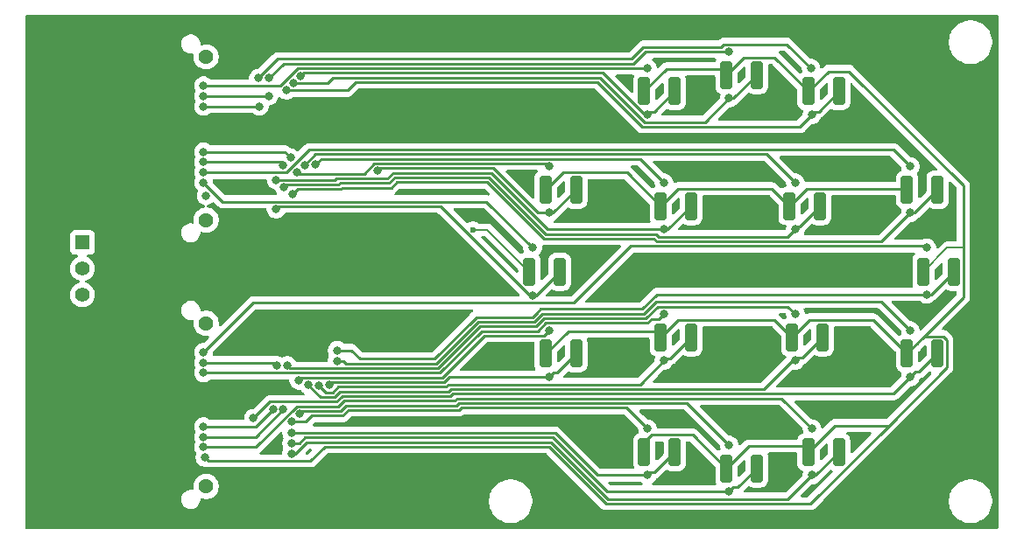
<source format=gbr>
%TF.GenerationSoftware,KiCad,Pcbnew,9.0.2*%
%TF.CreationDate,2025-05-27T17:54:28-07:00*%
%TF.ProjectId,16_6mSiPMs_9,31365f36-6d53-4695-904d-735f392e6b69,rev?*%
%TF.SameCoordinates,Original*%
%TF.FileFunction,Copper,L2,Bot*%
%TF.FilePolarity,Positive*%
%FSLAX46Y46*%
G04 Gerber Fmt 4.6, Leading zero omitted, Abs format (unit mm)*
G04 Created by KiCad (PCBNEW 9.0.2) date 2025-05-27 17:54:28*
%MOMM*%
%LPD*%
G01*
G04 APERTURE LIST*
G04 Aperture macros list*
%AMRoundRect*
0 Rectangle with rounded corners*
0 $1 Rounding radius*
0 $2 $3 $4 $5 $6 $7 $8 $9 X,Y pos of 4 corners*
0 Add a 4 corners polygon primitive as box body*
4,1,4,$2,$3,$4,$5,$6,$7,$8,$9,$2,$3,0*
0 Add four circle primitives for the rounded corners*
1,1,$1+$1,$2,$3*
1,1,$1+$1,$4,$5*
1,1,$1+$1,$6,$7*
1,1,$1+$1,$8,$9*
0 Add four rect primitives between the rounded corners*
20,1,$1+$1,$2,$3,$4,$5,0*
20,1,$1+$1,$4,$5,$6,$7,0*
20,1,$1+$1,$6,$7,$8,$9,0*
20,1,$1+$1,$8,$9,$2,$3,0*%
G04 Aperture macros list end*
%TA.AperFunction,ComponentPad*%
%ADD10C,1.431000*%
%TD*%
%TA.AperFunction,ComponentPad*%
%ADD11R,1.398000X1.398000*%
%TD*%
%TA.AperFunction,ComponentPad*%
%ADD12C,1.398000*%
%TD*%
%TA.AperFunction,SMDPad,CuDef*%
%ADD13RoundRect,0.250000X-0.325000X-1.100000X0.325000X-1.100000X0.325000X1.100000X-0.325000X1.100000X0*%
%TD*%
%TA.AperFunction,ViaPad*%
%ADD14C,0.800000*%
%TD*%
%TA.AperFunction,ViaPad*%
%ADD15C,0.600000*%
%TD*%
%TA.AperFunction,Conductor*%
%ADD16C,0.250000*%
%TD*%
%TA.AperFunction,Conductor*%
%ADD17C,0.200000*%
%TD*%
G04 APERTURE END LIST*
D10*
%TO.P,J\u002A\u002A,MH1*%
%TO.N,N/C*%
X171950000Y-82005000D03*
%TO.P,J\u002A\u002A,MH2*%
X171950000Y-97795000D03*
%TD*%
D11*
%TO.P,REF\u002A\u002A,1*%
%TO.N,GND*%
X160000000Y-99960000D03*
D12*
%TO.P,REF\u002A\u002A,2*%
%TO.N,TMP_OUT*%
X160000000Y-102500000D03*
%TO.P,REF\u002A\u002A,3*%
%TO.N,TMP_VDD*%
X160000000Y-105040000D03*
%TD*%
D10*
%TO.P,J\u002A\u002A,MH1*%
%TO.N,N/C*%
X171950000Y-107805000D03*
%TO.P,J\u002A\u002A,MH2*%
X171950000Y-123595000D03*
%TD*%
D13*
%TO.P,10 nF,1*%
%TO.N,GND*%
X228325000Y-96450000D03*
%TO.P,10 nF,2*%
%TO.N,5A*%
X231275000Y-96450000D03*
%TD*%
%TO.P,10 nF,1*%
%TO.N,GND*%
X215875000Y-109150000D03*
%TO.P,10 nF,2*%
%TO.N,10A*%
X218825000Y-109150000D03*
%TD*%
%TO.P,10 nF,1*%
%TO.N,GND*%
X241275000Y-102800000D03*
%TO.P,10 nF,2*%
%TO.N,8A*%
X244225000Y-102800000D03*
%TD*%
%TO.P,10 nF,1*%
%TO.N,GND*%
X228575000Y-109150000D03*
%TO.P,10 nF,2*%
%TO.N,11A*%
X231525000Y-109150000D03*
%TD*%
%TO.P,10 nF,1*%
%TO.N,GND*%
X203175000Y-102800000D03*
%TO.P,10 nF,2*%
%TO.N,7A*%
X206125000Y-102800000D03*
%TD*%
%TO.P,10 nF,1*%
%TO.N,GND*%
X230162500Y-120262500D03*
%TO.P,10 nF,2*%
%TO.N,15A*%
X233112500Y-120262500D03*
%TD*%
%TO.P,10 nF,1*%
%TO.N,GND*%
X204762500Y-94862500D03*
%TO.P,10 nF,2*%
%TO.N,3A*%
X207712500Y-94862500D03*
%TD*%
%TO.P,10 nF,1*%
%TO.N,GND*%
X230162500Y-85337500D03*
%TO.P,10 nF,2*%
%TO.N,2A*%
X233112500Y-85337500D03*
%TD*%
%TO.P,10 nF,1*%
%TO.N,GND*%
X222225000Y-83750000D03*
%TO.P,10 nF,2*%
%TO.N,1A*%
X225175000Y-83750000D03*
%TD*%
%TO.P,10 nF,1*%
%TO.N,GND*%
X215875000Y-96450000D03*
%TO.P,10 nF,2*%
%TO.N,4A*%
X218825000Y-96450000D03*
%TD*%
%TO.P,10 nF,1*%
%TO.N,GND*%
X214287500Y-120262500D03*
%TO.P,10 nF,2*%
%TO.N,13A*%
X217237500Y-120262500D03*
%TD*%
%TO.P,10 nF,1*%
%TO.N,GND*%
X239687500Y-110737500D03*
%TO.P,10 nF,2*%
%TO.N,12A*%
X242637500Y-110737500D03*
%TD*%
%TO.P,10 nF,1*%
%TO.N,GND*%
X204762500Y-110737500D03*
%TO.P,10 nF,2*%
%TO.N,9A*%
X207712500Y-110737500D03*
%TD*%
%TO.P,10 nF,1*%
%TO.N,GND*%
X222225000Y-121850000D03*
%TO.P,10 nF,2*%
%TO.N,14A*%
X225175000Y-121850000D03*
%TD*%
%TO.P,10 nF,1*%
%TO.N,GND*%
X214287500Y-85337500D03*
%TO.P,10 nF,2*%
%TO.N,0A*%
X217237500Y-85337500D03*
%TD*%
%TO.P,10 nF,1*%
%TO.N,GND*%
X239687500Y-94862500D03*
%TO.P,10 nF,2*%
%TO.N,6A*%
X242637500Y-94862500D03*
%TD*%
D14*
%TO.N,0A*%
X181100153Y-83825153D03*
X214600000Y-87600000D03*
%TO.N,0C*%
X171700000Y-84800000D03*
X214600000Y-83100000D03*
%TO.N,1C*%
X222500000Y-81500000D03*
X171700000Y-85800003D03*
X178000000Y-84075000D03*
X178000000Y-85800000D03*
%TO.N,1A*%
X180393044Y-84532261D03*
X222500000Y-86000000D03*
%TO.N,2C*%
X177100000Y-86800000D03*
X176999997Y-84075000D03*
X230400000Y-83100000D03*
X171700000Y-86800006D03*
%TO.N,2A*%
X230500000Y-87600000D03*
X179685936Y-85239370D03*
%TO.N,3A*%
X205100000Y-97100000D03*
X188500153Y-93050153D03*
%TO.N,3C*%
X180735950Y-93200000D03*
X205100000Y-92600000D03*
%TO.N,4A*%
X216200000Y-98700000D03*
X178703468Y-93925000D03*
%TO.N,4C*%
X216200000Y-94200000D03*
X182525306Y-92425306D03*
X171700000Y-91200000D03*
X180100601Y-91750000D03*
%TO.N,5A*%
X179485761Y-94650000D03*
X228900000Y-98700000D03*
%TO.N,5C*%
X171700000Y-92200000D03*
X179387347Y-92475000D03*
X181462653Y-92462653D03*
X228900000Y-94200000D03*
%TO.N,6A*%
X240000000Y-97100000D03*
X180300000Y-95300000D03*
%TO.N,6C*%
X171700000Y-93200003D03*
X240000000Y-92600000D03*
%TO.N,7A*%
X203500000Y-105100000D03*
X178700000Y-96750000D03*
%TO.N,7C*%
X203500000Y-100500000D03*
X171700000Y-94200006D03*
%TO.N,GND*%
X171810433Y-120793892D03*
X171937344Y-95462656D03*
D15*
X197756892Y-98743108D03*
D14*
%TO.N,8A*%
X241600000Y-105000000D03*
X184600000Y-110425000D03*
%TO.N,8C*%
X171700000Y-110600000D03*
X241600000Y-100500000D03*
%TO.N,9A*%
X205100000Y-113000000D03*
X183855483Y-113775002D03*
%TO.N,9C*%
X178771974Y-111875003D03*
X180900000Y-113325003D03*
X205100000Y-108500000D03*
X171700000Y-111600000D03*
%TO.N,10A*%
X182855919Y-113804619D03*
X216200000Y-111400000D03*
%TO.N,10C*%
X171700000Y-112600003D03*
X216200000Y-106900000D03*
%TO.N,11A*%
X228900000Y-111400000D03*
X181856355Y-113775003D03*
%TO.N,11C*%
X179800000Y-111875003D03*
X228900000Y-106900000D03*
%TO.N,12A*%
X240000000Y-113000000D03*
X176500000Y-117000000D03*
%TO.N,12C*%
X240000000Y-108500000D03*
X184600000Y-111425003D03*
%TO.N,13A*%
X180200000Y-118400000D03*
X214600000Y-122500000D03*
%TO.N,13C*%
X178400152Y-116125154D03*
X214600000Y-118000000D03*
X180229659Y-117346108D03*
X171700000Y-117800000D03*
%TO.N,14A*%
X180200000Y-119400003D03*
X222500000Y-124100000D03*
%TO.N,14C*%
X181000383Y-116575385D03*
X171700000Y-118800003D03*
X222500000Y-119600000D03*
X179400154Y-116125002D03*
%TO.N,15A*%
X230500000Y-122500000D03*
X180200000Y-120400006D03*
%TO.N,15C*%
X171700000Y-119800006D03*
X230500000Y-118000000D03*
%TD*%
D16*
%TO.N,0A*%
X215275000Y-87300000D02*
X217237500Y-85337500D01*
X181375306Y-83550000D02*
X181100153Y-83825153D01*
X214600000Y-87600000D02*
X214304900Y-87600000D01*
X214304900Y-87600000D02*
X210254900Y-83550000D01*
X214600000Y-87600000D02*
X214900000Y-87300000D01*
X210254900Y-83550000D02*
X208700000Y-83550000D01*
X183200000Y-83550000D02*
X181375306Y-83550000D01*
X208700000Y-83550000D02*
X183200000Y-83550000D01*
X214900000Y-87300000D02*
X215275000Y-87300000D01*
%TO.N,0C*%
X180800000Y-83100000D02*
X179100000Y-84800000D01*
X171700000Y-84800000D02*
X179100000Y-84800000D01*
X214600000Y-83100000D02*
X180800000Y-83100000D01*
%TO.N,1C*%
X171700000Y-85800003D02*
X177999997Y-85800003D01*
X214750000Y-81500000D02*
X214377208Y-81500000D01*
X213227208Y-82650000D02*
X211600000Y-82650000D01*
X211600000Y-82650000D02*
X179425000Y-82650000D01*
X177999997Y-85800003D02*
X178000000Y-85800000D01*
X222500000Y-81500000D02*
X214750000Y-81500000D01*
X179425000Y-82650000D02*
X178000000Y-84075000D01*
X214377208Y-81500000D02*
X213227208Y-82650000D01*
%TO.N,1A*%
X220175000Y-88325000D02*
X214299695Y-88325000D01*
X180410936Y-84550153D02*
X180393044Y-84532261D01*
X184200000Y-84000000D02*
X183649847Y-84550153D01*
X222500000Y-86000000D02*
X220175000Y-88325000D01*
X214299695Y-88325000D02*
X209974695Y-84000000D01*
X183649847Y-84550153D02*
X180410936Y-84550153D01*
X222925000Y-86000000D02*
X225175000Y-83750000D01*
X222500000Y-86000000D02*
X222925000Y-86000000D01*
X209974695Y-84000000D02*
X209600000Y-84000000D01*
X209600000Y-84000000D02*
X184200000Y-84000000D01*
%TO.N,2C*%
X177099994Y-86800006D02*
X177100000Y-86800000D01*
X171700000Y-86800006D02*
X177099994Y-86800006D01*
X228075000Y-80775000D02*
X230400000Y-83100000D01*
X213040812Y-82200000D02*
X214190812Y-81050000D01*
X221700000Y-81050000D02*
X221975000Y-80775000D01*
X221975000Y-80775000D02*
X228075000Y-80775000D01*
X214190812Y-81050000D02*
X221700000Y-81050000D01*
X176999997Y-84049698D02*
X178849695Y-82200000D01*
X176999997Y-84075000D02*
X176999997Y-84049698D01*
X178849695Y-82200000D02*
X213040812Y-82200000D01*
%TO.N,2A*%
X230500000Y-87600000D02*
X230800000Y-87300000D01*
X229325000Y-88775000D02*
X219988604Y-88775000D01*
X230800000Y-87300000D02*
X231150000Y-87300000D01*
X214113299Y-88775000D02*
X212469149Y-87130850D01*
X186400000Y-84450000D02*
X185592739Y-85257261D01*
X209788299Y-84450000D02*
X208700000Y-84450000D01*
X230500000Y-87600000D02*
X229325000Y-88775000D01*
X208700000Y-84450000D02*
X186400000Y-84450000D01*
X179703827Y-85257261D02*
X179685936Y-85239370D01*
X231150000Y-87300000D02*
X233112500Y-85337500D01*
X219988604Y-88775000D02*
X214113299Y-88775000D01*
X185592739Y-85257261D02*
X179703827Y-85257261D01*
X212469149Y-87130850D02*
X209788299Y-84450000D01*
%TO.N,3A*%
X205100000Y-97100000D02*
X205475000Y-97100000D01*
X199200000Y-92775000D02*
X188775306Y-92775000D01*
X188775306Y-92775000D02*
X188500153Y-93050153D01*
X205100000Y-97100000D02*
X204000000Y-97100000D01*
X199675000Y-92775000D02*
X199200000Y-92775000D01*
X204000000Y-97100000D02*
X199675000Y-92775000D01*
X205475000Y-97100000D02*
X207712500Y-94862500D01*
%TO.N,3C*%
X188200000Y-92325000D02*
X187200000Y-93325000D01*
X180860950Y-93325000D02*
X180735950Y-93200000D01*
X205100000Y-92600000D02*
X204825000Y-92325000D01*
X204825000Y-92325000D02*
X188200000Y-92325000D01*
X187200000Y-93325000D02*
X180860950Y-93325000D01*
%TO.N,4A*%
X216200000Y-98700000D02*
X216575000Y-98700000D01*
X199488604Y-93225000D02*
X190000000Y-93225000D01*
X204963604Y-98700000D02*
X199488604Y-93225000D01*
X184500000Y-93775000D02*
X184350000Y-93925000D01*
X190000000Y-93225000D02*
X189450000Y-93775000D01*
X189450000Y-93775000D02*
X184500000Y-93775000D01*
X216575000Y-98700000D02*
X218825000Y-96450000D01*
X216200000Y-98700000D02*
X204963604Y-98700000D01*
X184350000Y-93925000D02*
X178703468Y-93925000D01*
%TO.N,4C*%
X171700000Y-91200000D02*
X179550601Y-91200000D01*
X213875000Y-91875000D02*
X216200000Y-94200000D01*
X182525306Y-92425306D02*
X183075612Y-91875000D01*
X179550601Y-91200000D02*
X180100601Y-91750000D01*
X183075612Y-91875000D02*
X213875000Y-91875000D01*
%TO.N,5A*%
X215400000Y-99150000D02*
X204777208Y-99150000D01*
X204777208Y-99150000D02*
X199302208Y-93675000D01*
X229200000Y-98400000D02*
X229325000Y-98400000D01*
X228900000Y-98700000D02*
X229200000Y-98400000D01*
X228900000Y-98700000D02*
X228175000Y-99425000D01*
X184900000Y-94225000D02*
X184750000Y-94375000D01*
X199302208Y-93675000D02*
X190186396Y-93675000D01*
X179760761Y-94375000D02*
X179485761Y-94650000D01*
X228175000Y-99425000D02*
X215675000Y-99425000D01*
X229325000Y-98400000D02*
X231275000Y-96450000D01*
X190186396Y-93675000D02*
X189636396Y-94225000D01*
X184750000Y-94375000D02*
X179760761Y-94375000D01*
X189636396Y-94225000D02*
X184900000Y-94225000D01*
X215675000Y-99425000D02*
X215400000Y-99150000D01*
%TO.N,5C*%
X226125000Y-91425000D02*
X228900000Y-94200000D01*
X182500306Y-91425000D02*
X226125000Y-91425000D01*
X181462653Y-92462653D02*
X182500306Y-91425000D01*
X179112347Y-92200000D02*
X179387347Y-92475000D01*
X171700000Y-92200000D02*
X179112347Y-92200000D01*
%TO.N,6A*%
X185086396Y-94675000D02*
X189822792Y-94675000D01*
X190372792Y-94125000D02*
X199115812Y-94125000D01*
X184936396Y-94825000D02*
X185086396Y-94675000D01*
X189822792Y-94675000D02*
X190372792Y-94125000D01*
X215488604Y-99875000D02*
X237225000Y-99875000D01*
X180300000Y-95300000D02*
X180775000Y-94825000D01*
X240000000Y-97100000D02*
X240400000Y-97100000D01*
X180775000Y-94825000D02*
X184936396Y-94825000D01*
X204590812Y-99600000D02*
X215213604Y-99600000D01*
X240400000Y-97100000D02*
X242637500Y-94862500D01*
X199115812Y-94125000D02*
X204590812Y-99600000D01*
X237225000Y-99875000D02*
X240000000Y-97100000D01*
X215213604Y-99600000D02*
X215488604Y-99875000D01*
%TO.N,6C*%
X181925000Y-90975000D02*
X179700000Y-93200000D01*
X179700000Y-93200000D02*
X171700003Y-93200000D01*
X238375000Y-90975000D02*
X181925000Y-90975000D01*
X171700003Y-93200000D02*
X171700000Y-93200003D01*
X240000000Y-92600000D02*
X238375000Y-90975000D01*
%TO.N,7A*%
X203500000Y-105100000D02*
X203229900Y-105100000D01*
X193700000Y-96475000D02*
X182400000Y-96475000D01*
X182400000Y-96475000D02*
X178975000Y-96475000D01*
X203500000Y-105100000D02*
X203825000Y-105100000D01*
X194604900Y-96475000D02*
X193700000Y-96475000D01*
X203825000Y-105100000D02*
X206125000Y-102800000D01*
X178975000Y-96475000D02*
X178700000Y-96750000D01*
X203229900Y-105100000D02*
X194604900Y-96475000D01*
%TO.N,7C*%
X171700000Y-94200006D02*
X173524994Y-96025000D01*
X173524994Y-96025000D02*
X199025000Y-96025000D01*
X199025000Y-96025000D02*
X203500000Y-100500000D01*
%TO.N,GND*%
X230250000Y-107475000D02*
X236425000Y-107475000D01*
X226900000Y-82075000D02*
X230162500Y-85337500D01*
D17*
X199118108Y-98743108D02*
X197756892Y-98743108D01*
D16*
X243537500Y-109392400D02*
X243537500Y-112082600D01*
X182024994Y-121125006D02*
X172141547Y-121125006D01*
X239687500Y-110737500D02*
X241362500Y-109062500D01*
X230000000Y-94775000D02*
X239600000Y-94775000D01*
X236425000Y-107475000D02*
X239687500Y-110737500D01*
X218962500Y-118587500D02*
X222225000Y-121850000D01*
X234100305Y-83400305D02*
X232099695Y-83400305D01*
X243537500Y-112082600D02*
X237920405Y-117699695D01*
D17*
X241275000Y-102800000D02*
X243575000Y-100500000D01*
D16*
X183400000Y-119750000D02*
X182024994Y-121125006D01*
X241362500Y-109062500D02*
X245125000Y-105300000D01*
X230345100Y-125275000D02*
X210622131Y-125275000D01*
X232099695Y-83400305D02*
X230162500Y-85337500D01*
X206925000Y-108575000D02*
X215300000Y-108575000D01*
X243207600Y-109062500D02*
X243537500Y-109392400D01*
X222225000Y-83750000D02*
X223900000Y-82075000D01*
X245125000Y-105300000D02*
X245125000Y-100500000D01*
X217550000Y-94775000D02*
X226650000Y-94775000D01*
X223900000Y-82075000D02*
X226900000Y-82075000D01*
X239687500Y-110737500D02*
X240725000Y-109700000D01*
X222225000Y-121850000D02*
X224387500Y-119687500D01*
X237920405Y-117699695D02*
X230345100Y-125275000D01*
X214287500Y-119337805D02*
X215037805Y-118587500D01*
X215875000Y-109150000D02*
X217550000Y-107475000D01*
X245125000Y-100500000D02*
X245125000Y-94425000D01*
X229587500Y-119687500D02*
X230162500Y-120262500D01*
X204762500Y-94862500D02*
X206437500Y-93187500D01*
X241362500Y-109062500D02*
X243207600Y-109062500D01*
X239600000Y-94775000D02*
X239687500Y-94862500D01*
X215300000Y-108575000D02*
X215875000Y-109150000D01*
X217550000Y-107475000D02*
X226900000Y-107475000D01*
X172141547Y-121125006D02*
X171810433Y-120793892D01*
D17*
X203175000Y-102800000D02*
X199118108Y-98743108D01*
D16*
X215875000Y-96450000D02*
X217550000Y-94775000D01*
X228325000Y-96450000D02*
X230000000Y-94775000D01*
X205097131Y-119750000D02*
X183400000Y-119750000D01*
D17*
X243575000Y-100500000D02*
X245125000Y-100500000D01*
D16*
X245125000Y-94425000D02*
X234100305Y-83400305D01*
X226900000Y-107475000D02*
X228575000Y-109150000D01*
X221650000Y-83175000D02*
X222225000Y-83750000D01*
X212612500Y-93187500D02*
X215875000Y-96450000D01*
X215037805Y-118587500D02*
X218962500Y-118587500D01*
X214287500Y-85337500D02*
X216450000Y-83175000D01*
X204762500Y-110737500D02*
X206925000Y-108575000D01*
X237920405Y-117699695D02*
X232725305Y-117699695D01*
X224387500Y-119687500D02*
X229587500Y-119687500D01*
X216450000Y-83175000D02*
X221650000Y-83175000D01*
X210622131Y-125275000D02*
X205097131Y-119750000D01*
X232725305Y-117699695D02*
X230162500Y-120262500D01*
X214287500Y-120262500D02*
X214287500Y-119337805D01*
X226650000Y-94775000D02*
X228325000Y-96450000D01*
X228575000Y-109150000D02*
X230250000Y-107475000D01*
X206437500Y-93187500D02*
X212612500Y-93187500D01*
%TO.N,8A*%
X194004413Y-111250003D02*
X193000000Y-111250003D01*
X197790812Y-107463604D02*
X194004413Y-111250003D01*
X241600000Y-105000000D02*
X242025000Y-105000000D01*
X193000000Y-111250003D02*
X186800000Y-111250003D01*
X185974997Y-110425000D02*
X184600000Y-110425000D01*
X186800000Y-111250003D02*
X185974997Y-110425000D01*
X201600000Y-107200000D02*
X198054416Y-107200000D01*
X215490812Y-105000000D02*
X214065812Y-106425000D01*
X241600000Y-105000000D02*
X215490812Y-105000000D01*
X242025000Y-105000000D02*
X244225000Y-102800000D01*
X203882753Y-106782754D02*
X203465507Y-107200000D01*
X214065812Y-106425000D02*
X204240507Y-106425000D01*
X203465507Y-107200000D02*
X201600000Y-107200000D01*
X204240507Y-106425000D02*
X203882753Y-106782754D01*
X198054416Y-107200000D02*
X197790812Y-107463604D01*
%TO.N,8C*%
X213000000Y-100325000D02*
X241425000Y-100325000D01*
X176475000Y-105825000D02*
X171700000Y-110600000D01*
X212975000Y-100325000D02*
X213000000Y-100325000D01*
X207500000Y-105825000D02*
X176475000Y-105825000D01*
X213000000Y-100325000D02*
X207500000Y-105825000D01*
X241425000Y-100325000D02*
X241600000Y-100500000D01*
%TO.N,9A*%
X205100000Y-113000000D02*
X205500000Y-112600000D01*
X194000000Y-113500003D02*
X185100000Y-113500003D01*
X205100000Y-113000000D02*
X195436396Y-113000000D01*
X205500000Y-112600000D02*
X205850000Y-112600000D01*
X185100000Y-113500003D02*
X184130482Y-113500003D01*
X194936393Y-113500003D02*
X194000000Y-113500003D01*
X184130482Y-113500003D02*
X183855483Y-113775002D01*
X205850000Y-112600000D02*
X207712500Y-110737500D01*
X195436396Y-113000000D02*
X194936393Y-113500003D01*
%TO.N,9C*%
X191200000Y-113050003D02*
X181175000Y-113050003D01*
X204600000Y-109000000D02*
X198800000Y-109000000D01*
X178496971Y-111600000D02*
X171700000Y-111600000D01*
X181175000Y-113050003D02*
X180900000Y-113325003D01*
X194749997Y-113050003D02*
X191200000Y-113050003D01*
X205100000Y-108500000D02*
X204600000Y-109000000D01*
X198800000Y-109000000D02*
X194749997Y-113050003D01*
X178771974Y-111875003D02*
X178496971Y-111600000D01*
%TO.N,10A*%
X216775000Y-111200000D02*
X218825000Y-109150000D01*
X182855919Y-113804619D02*
X183551302Y-114500002D01*
X184705787Y-113950003D02*
X195122789Y-113950003D01*
X195347792Y-113725000D02*
X213875000Y-113725000D01*
X195122789Y-113950003D02*
X195347792Y-113725000D01*
X213875000Y-113725000D02*
X216200000Y-111400000D01*
X216400000Y-111200000D02*
X216775000Y-111200000D01*
X183551302Y-114500002D02*
X184155788Y-114500002D01*
X216200000Y-111400000D02*
X216400000Y-111200000D01*
X184155788Y-114500002D02*
X184705787Y-113950003D01*
%TO.N,10C*%
X204799695Y-107775000D02*
X214625000Y-107775000D01*
X215000000Y-107400000D02*
X215700000Y-107400000D01*
X171700000Y-112600003D02*
X194563601Y-112600003D01*
X204024695Y-108550000D02*
X204799695Y-107775000D01*
X194563601Y-112600003D02*
X198613604Y-108550000D01*
X198613604Y-108550000D02*
X204024695Y-108550000D01*
X215700000Y-107400000D02*
X216200000Y-106900000D01*
X214625000Y-107775000D02*
X215000000Y-107400000D01*
%TO.N,11A*%
X228900000Y-111400000D02*
X229200000Y-111100000D01*
X195600000Y-114175000D02*
X195374997Y-114400003D01*
X184900000Y-114400003D02*
X184350001Y-114950002D01*
X182975997Y-114950002D02*
X181856355Y-113830360D01*
X225825000Y-114175000D02*
X195600000Y-114175000D01*
X229575000Y-111100000D02*
X231525000Y-109150000D01*
X228600000Y-111400000D02*
X225825000Y-114175000D01*
X195374997Y-114400003D02*
X184900000Y-114400003D01*
X181856355Y-113830360D02*
X181856355Y-113775003D01*
X229200000Y-111100000D02*
X229575000Y-111100000D01*
X184350001Y-114950002D02*
X182975997Y-114950002D01*
X228900000Y-111400000D02*
X228600000Y-111400000D01*
%TO.N,11C*%
X213000000Y-107325000D02*
X206400000Y-107325000D01*
X215588604Y-106175000D02*
X214531802Y-107231802D01*
X228900000Y-106900000D02*
X228175000Y-106175000D01*
X214531802Y-107231802D02*
X214438604Y-107325000D01*
X206400000Y-107325000D02*
X204613299Y-107325000D01*
X199400000Y-108100000D02*
X198427208Y-108100000D01*
X194377205Y-112150003D02*
X187300000Y-112150003D01*
X214438604Y-107325000D02*
X213000000Y-107325000D01*
X187300000Y-112150003D02*
X180075000Y-112150003D01*
X203838299Y-108100000D02*
X199400000Y-108100000D01*
X228175000Y-106175000D02*
X215588604Y-106175000D01*
X198427208Y-108100000D02*
X195063604Y-111463604D01*
X204349695Y-107588604D02*
X203838299Y-108100000D01*
X204613299Y-107325000D02*
X204349695Y-107588604D01*
X180075000Y-112150003D02*
X179800000Y-111875003D01*
X195063604Y-111463604D02*
X194377205Y-112150003D01*
%TO.N,12A*%
X238375000Y-114625000D02*
X225638604Y-114625000D01*
X178099998Y-115400002D02*
X176500000Y-117000000D01*
X194800000Y-114850003D02*
X185086396Y-114850003D01*
X184536397Y-115400002D02*
X183300000Y-115400002D01*
X240000000Y-113000000D02*
X240500000Y-112500000D01*
X240500000Y-112500000D02*
X240875000Y-112500000D01*
X183300000Y-115400002D02*
X178099998Y-115400002D01*
X195800000Y-114625000D02*
X195574997Y-114850003D01*
X240000000Y-113000000D02*
X238375000Y-114625000D01*
X204426903Y-114625000D02*
X195800000Y-114625000D01*
X185018199Y-114918200D02*
X184536397Y-115400002D01*
X185086396Y-114850003D02*
X185018199Y-114918200D01*
X195574997Y-114850003D02*
X194800000Y-114850003D01*
X240875000Y-112500000D02*
X242637500Y-110737500D01*
X225638604Y-114625000D02*
X214900000Y-114625000D01*
X214900000Y-114625000D02*
X204426903Y-114625000D01*
%TO.N,12C*%
X204426903Y-106875000D02*
X214252208Y-106875000D01*
X215427208Y-105700000D02*
X237200000Y-105700000D01*
X214252208Y-106875000D02*
X215427208Y-105700000D01*
X237200000Y-105700000D02*
X240000000Y-108500000D01*
X198240812Y-107650000D02*
X203651903Y-107650000D01*
X185500003Y-111700003D02*
X194190809Y-111700003D01*
X203651903Y-107650000D02*
X204426903Y-106875000D01*
X194190809Y-111700003D02*
X198240812Y-107650000D01*
X185225003Y-111425003D02*
X185500003Y-111700003D01*
X184600000Y-111425003D02*
X185225003Y-111425003D01*
%TO.N,13A*%
X205656319Y-118400000D02*
X180200000Y-118400000D01*
X209756319Y-122500000D02*
X205656319Y-118400000D01*
X214600000Y-122500000D02*
X214900000Y-122200000D01*
X214600000Y-122500000D02*
X209756319Y-122500000D01*
X214900000Y-122200000D02*
X215300000Y-122200000D01*
X215300000Y-122200000D02*
X217237500Y-120262500D01*
%TO.N,13C*%
X195500000Y-116200003D02*
X185700000Y-116200003D01*
X196600000Y-115975000D02*
X196374997Y-116200003D01*
X176725306Y-117800000D02*
X178400152Y-116125154D01*
X171700000Y-117800000D02*
X176725306Y-117800000D01*
X182200000Y-116750002D02*
X181603894Y-117346108D01*
X185150001Y-116750002D02*
X184500000Y-116750002D01*
X196374997Y-116200003D02*
X195500000Y-116200003D01*
X181603894Y-117346108D02*
X180229659Y-117346108D01*
X203867715Y-115975000D02*
X212575000Y-115975000D01*
X203867715Y-115975000D02*
X196600000Y-115975000D01*
X212575000Y-115975000D02*
X214600000Y-118000000D01*
X184500000Y-116750002D02*
X182200000Y-116750002D01*
X185700000Y-116200003D02*
X185150001Y-116750002D01*
%TO.N,14A*%
X222500000Y-124100000D02*
X222900000Y-123700000D01*
X180949997Y-119400003D02*
X180200000Y-119400003D01*
X181500000Y-118850000D02*
X180949997Y-119400003D01*
X223325000Y-123700000D02*
X225175000Y-121850000D01*
X205469923Y-118850000D02*
X203300000Y-118850000D01*
X222900000Y-123700000D02*
X223325000Y-123700000D01*
X222500000Y-124100000D02*
X210719923Y-124100000D01*
X210719923Y-124100000D02*
X207809961Y-121190038D01*
X207809961Y-121190038D02*
X205469923Y-118850000D01*
X203300000Y-118850000D02*
X181500000Y-118850000D01*
%TO.N,14C*%
X204054111Y-115525000D02*
X196386396Y-115525000D01*
X176750608Y-118800003D02*
X179400154Y-116150457D01*
X184200000Y-116300002D02*
X181275766Y-116300002D01*
X181275766Y-116300002D02*
X181000383Y-116575385D01*
X171700000Y-118800003D02*
X176750608Y-118800003D01*
X184950001Y-116300002D02*
X184200000Y-116300002D01*
X179400154Y-116150457D02*
X179400154Y-116125002D01*
X218425000Y-115525000D02*
X204054111Y-115525000D01*
X185500000Y-115750003D02*
X184950001Y-116300002D01*
X222500000Y-119600000D02*
X218425000Y-115525000D01*
X196161393Y-115750003D02*
X196000000Y-115750003D01*
X196000000Y-115750003D02*
X185500000Y-115750003D01*
X196386396Y-115525000D02*
X196161393Y-115750003D01*
%TO.N,15A*%
X181686396Y-119300000D02*
X181443198Y-119543198D01*
X209091763Y-123108236D02*
X205283527Y-119300000D01*
X230500000Y-122500000D02*
X228175000Y-124825000D01*
X230500000Y-122500000D02*
X230875000Y-122500000D01*
X228175000Y-124825000D02*
X210808527Y-124825000D01*
X210808527Y-124825000D02*
X209091763Y-123108236D01*
X205283527Y-119300000D02*
X204400000Y-119300000D01*
X181800000Y-119300000D02*
X181686396Y-119300000D01*
X181443198Y-119543198D02*
X180586390Y-120400006D01*
X204400000Y-119300000D02*
X181800000Y-119300000D01*
X230875000Y-122500000D02*
X233112500Y-120262500D01*
X180586390Y-120400006D02*
X180200000Y-120400006D01*
%TO.N,15C*%
X185272792Y-115300003D02*
X195974997Y-115300003D01*
X171700000Y-119800006D02*
X176750455Y-119800006D01*
X195974997Y-115300003D02*
X196200000Y-115075000D01*
X180700459Y-115850002D02*
X184722793Y-115850002D01*
X176750455Y-119800006D02*
X180700459Y-115850002D01*
X184722793Y-115850002D02*
X185272792Y-115300003D01*
X196200000Y-115075000D02*
X227575000Y-115075000D01*
X227575000Y-115075000D02*
X230500000Y-118000000D01*
%TD*%
%TA.AperFunction,NonConductor*%
G36*
X248442539Y-77920185D02*
G01*
X248488294Y-77972989D01*
X248499500Y-78024500D01*
X248499500Y-127575500D01*
X248479815Y-127642539D01*
X248427011Y-127688294D01*
X248375500Y-127699500D01*
X154624500Y-127699500D01*
X154557461Y-127679815D01*
X154511706Y-127627011D01*
X154500500Y-127575500D01*
X154500500Y-124936156D01*
X169524499Y-124936156D01*
X169560065Y-125114952D01*
X169560068Y-125114962D01*
X169629831Y-125283387D01*
X169629833Y-125283391D01*
X169731113Y-125434967D01*
X169731119Y-125434975D01*
X169860024Y-125563880D01*
X169860032Y-125563886D01*
X170011608Y-125665166D01*
X170011612Y-125665168D01*
X170180037Y-125734931D01*
X170180042Y-125734933D01*
X170180046Y-125734933D01*
X170180047Y-125734934D01*
X170358843Y-125770500D01*
X170358846Y-125770500D01*
X170541156Y-125770500D01*
X170699170Y-125739068D01*
X170719958Y-125734933D01*
X170867709Y-125673733D01*
X170888387Y-125665168D01*
X170888391Y-125665166D01*
X170963672Y-125614864D01*
X171039972Y-125563883D01*
X171168883Y-125434972D01*
X171270167Y-125283389D01*
X171339933Y-125114958D01*
X171375500Y-124936154D01*
X171375500Y-124887332D01*
X199274500Y-124887332D01*
X199274500Y-125162667D01*
X199274501Y-125162684D01*
X199310438Y-125435655D01*
X199310439Y-125435660D01*
X199310440Y-125435666D01*
X199310441Y-125435668D01*
X199381704Y-125701630D01*
X199487075Y-125956017D01*
X199487080Y-125956028D01*
X199566809Y-126094121D01*
X199624751Y-126194479D01*
X199624753Y-126194482D01*
X199624754Y-126194483D01*
X199792370Y-126412926D01*
X199792376Y-126412933D01*
X199987066Y-126607623D01*
X199987072Y-126607628D01*
X200205521Y-126775249D01*
X200358778Y-126863732D01*
X200443971Y-126912919D01*
X200443976Y-126912921D01*
X200443979Y-126912923D01*
X200698368Y-127018295D01*
X200964334Y-127089560D01*
X201237326Y-127125500D01*
X201237333Y-127125500D01*
X201512667Y-127125500D01*
X201512674Y-127125500D01*
X201785666Y-127089560D01*
X202051632Y-127018295D01*
X202306021Y-126912923D01*
X202544479Y-126775249D01*
X202762928Y-126607628D01*
X202957628Y-126412928D01*
X203125249Y-126194479D01*
X203262923Y-125956021D01*
X203368295Y-125701632D01*
X203439560Y-125435666D01*
X203475500Y-125162674D01*
X203475500Y-124887326D01*
X203439560Y-124614334D01*
X203368295Y-124348368D01*
X203262923Y-124093979D01*
X203262921Y-124093976D01*
X203262919Y-124093971D01*
X203201631Y-123987819D01*
X203125249Y-123855521D01*
X202957628Y-123637072D01*
X202957623Y-123637066D01*
X202762933Y-123442376D01*
X202762926Y-123442370D01*
X202544483Y-123274754D01*
X202544482Y-123274753D01*
X202544479Y-123274751D01*
X202449407Y-123219861D01*
X202306028Y-123137080D01*
X202306017Y-123137075D01*
X202051630Y-123031704D01*
X201918649Y-122996072D01*
X201785666Y-122960440D01*
X201785660Y-122960439D01*
X201785655Y-122960438D01*
X201512684Y-122924501D01*
X201512679Y-122924500D01*
X201512674Y-122924500D01*
X201237326Y-122924500D01*
X201237320Y-122924500D01*
X201237315Y-122924501D01*
X200964344Y-122960438D01*
X200964337Y-122960439D01*
X200964334Y-122960440D01*
X200908125Y-122975500D01*
X200698369Y-123031704D01*
X200443982Y-123137075D01*
X200443971Y-123137080D01*
X200205516Y-123274754D01*
X199987073Y-123442370D01*
X199987066Y-123442376D01*
X199792376Y-123637066D01*
X199792370Y-123637073D01*
X199624754Y-123855516D01*
X199487080Y-124093971D01*
X199487075Y-124093982D01*
X199381704Y-124348369D01*
X199310441Y-124614331D01*
X199310438Y-124614344D01*
X199274501Y-124887315D01*
X199274500Y-124887332D01*
X171375500Y-124887332D01*
X171375500Y-124857582D01*
X171395185Y-124790543D01*
X171447989Y-124744788D01*
X171517147Y-124734844D01*
X171537808Y-124739648D01*
X171665253Y-124781058D01*
X171854299Y-124811000D01*
X171854300Y-124811000D01*
X172045700Y-124811000D01*
X172045701Y-124811000D01*
X172234747Y-124781058D01*
X172416782Y-124721911D01*
X172587323Y-124635016D01*
X172742171Y-124522513D01*
X172877513Y-124387171D01*
X172990016Y-124232323D01*
X173076911Y-124061782D01*
X173136058Y-123879747D01*
X173166000Y-123690701D01*
X173166000Y-123499299D01*
X173136058Y-123310253D01*
X173076911Y-123128218D01*
X172990016Y-122957677D01*
X172941269Y-122890582D01*
X172877518Y-122802835D01*
X172877514Y-122802830D01*
X172742169Y-122667485D01*
X172742164Y-122667481D01*
X172587326Y-122554986D01*
X172587325Y-122554985D01*
X172587323Y-122554984D01*
X172416782Y-122468089D01*
X172234747Y-122408942D01*
X172234745Y-122408941D01*
X172234744Y-122408941D01*
X172089523Y-122385940D01*
X172045701Y-122379000D01*
X171854299Y-122379000D01*
X171818723Y-122384634D01*
X171665255Y-122408941D01*
X171483215Y-122468090D01*
X171312673Y-122554986D01*
X171157835Y-122667481D01*
X171157830Y-122667485D01*
X171022485Y-122802830D01*
X171022481Y-122802835D01*
X170909986Y-122957673D01*
X170823090Y-123128215D01*
X170763941Y-123310255D01*
X170734000Y-123499299D01*
X170734000Y-123690700D01*
X170749858Y-123790825D01*
X170740903Y-123860119D01*
X170695907Y-123913571D01*
X170629155Y-123934210D01*
X170603194Y-123931840D01*
X170541157Y-123919500D01*
X170541154Y-123919500D01*
X170358846Y-123919500D01*
X170358844Y-123919500D01*
X170180047Y-123955065D01*
X170180037Y-123955068D01*
X170011612Y-124024831D01*
X170011608Y-124024833D01*
X169860032Y-124126113D01*
X169860024Y-124126119D01*
X169731119Y-124255024D01*
X169731113Y-124255032D01*
X169629833Y-124406608D01*
X169629831Y-124406612D01*
X169560068Y-124575037D01*
X169560065Y-124575047D01*
X169524500Y-124753843D01*
X169524500Y-124753846D01*
X169524500Y-124936154D01*
X169524500Y-124936156D01*
X169524499Y-124936156D01*
X154500500Y-124936156D01*
X154500500Y-99213135D01*
X158800500Y-99213135D01*
X158800500Y-100706870D01*
X158800501Y-100706876D01*
X158806908Y-100766483D01*
X158857202Y-100901328D01*
X158857206Y-100901335D01*
X158943452Y-101016544D01*
X158943455Y-101016547D01*
X159058664Y-101102793D01*
X159058671Y-101102797D01*
X159193517Y-101153091D01*
X159193516Y-101153091D01*
X159200444Y-101153835D01*
X159253127Y-101159500D01*
X159472257Y-101159499D01*
X159539295Y-101179183D01*
X159585050Y-101231987D01*
X159594994Y-101301145D01*
X159565969Y-101364701D01*
X159528552Y-101393983D01*
X159371326Y-101474094D01*
X159218575Y-101585075D01*
X159085075Y-101718575D01*
X158974096Y-101871324D01*
X158888381Y-102039547D01*
X158830035Y-102219115D01*
X158800500Y-102405597D01*
X158800500Y-102594402D01*
X158830035Y-102780884D01*
X158888381Y-102960452D01*
X158974096Y-103128675D01*
X159085073Y-103281422D01*
X159218578Y-103414927D01*
X159371325Y-103525904D01*
X159450804Y-103566400D01*
X159539547Y-103611618D01*
X159539549Y-103611618D01*
X159539552Y-103611620D01*
X159607347Y-103633648D01*
X159664040Y-103652069D01*
X159721715Y-103691507D01*
X159748913Y-103755866D01*
X159736998Y-103824712D01*
X159689754Y-103876188D01*
X159664040Y-103887931D01*
X159539547Y-103928381D01*
X159371324Y-104014096D01*
X159218575Y-104125075D01*
X159085075Y-104258575D01*
X158974096Y-104411324D01*
X158888381Y-104579547D01*
X158830035Y-104759115D01*
X158800500Y-104945597D01*
X158800500Y-105134402D01*
X158830035Y-105320884D01*
X158888381Y-105500452D01*
X158937211Y-105596285D01*
X158974096Y-105668675D01*
X159085073Y-105821422D01*
X159218578Y-105954927D01*
X159371325Y-106065904D01*
X159450804Y-106106400D01*
X159539547Y-106151618D01*
X159539549Y-106151618D01*
X159539552Y-106151620D01*
X159635802Y-106182893D01*
X159719115Y-106209964D01*
X159812356Y-106224732D01*
X159905597Y-106239500D01*
X159905598Y-106239500D01*
X160094402Y-106239500D01*
X160094403Y-106239500D01*
X160280884Y-106209964D01*
X160460448Y-106151620D01*
X160628675Y-106065904D01*
X160781422Y-105954927D01*
X160914927Y-105821422D01*
X161025904Y-105668675D01*
X161111620Y-105500448D01*
X161169964Y-105320884D01*
X161199500Y-105134403D01*
X161199500Y-104945597D01*
X161169964Y-104759115D01*
X161131260Y-104639998D01*
X161111620Y-104579552D01*
X161111618Y-104579549D01*
X161111618Y-104579547D01*
X161025903Y-104411324D01*
X161007881Y-104386519D01*
X160914927Y-104258578D01*
X160781422Y-104125073D01*
X160628675Y-104014096D01*
X160460452Y-103928381D01*
X160335959Y-103887931D01*
X160278284Y-103848493D01*
X160251086Y-103784134D01*
X160263001Y-103715288D01*
X160310245Y-103663812D01*
X160335959Y-103652069D01*
X160460448Y-103611620D01*
X160628675Y-103525904D01*
X160781422Y-103414927D01*
X160914927Y-103281422D01*
X161025904Y-103128675D01*
X161111620Y-102960448D01*
X161169964Y-102780884D01*
X161199500Y-102594403D01*
X161199500Y-102405597D01*
X161169964Y-102219116D01*
X161111620Y-102039552D01*
X161111618Y-102039549D01*
X161111618Y-102039547D01*
X161025903Y-101871324D01*
X160914927Y-101718578D01*
X160781422Y-101585073D01*
X160628675Y-101474096D01*
X160471445Y-101393983D01*
X160420650Y-101346009D01*
X160403855Y-101278188D01*
X160426392Y-101212054D01*
X160481107Y-101168602D01*
X160527740Y-101159499D01*
X160746872Y-101159499D01*
X160806483Y-101153091D01*
X160941331Y-101102796D01*
X161056546Y-101016546D01*
X161142796Y-100901331D01*
X161193091Y-100766483D01*
X161199500Y-100706873D01*
X161199499Y-99213128D01*
X161193091Y-99153517D01*
X161186616Y-99136156D01*
X169524499Y-99136156D01*
X169560065Y-99314952D01*
X169560068Y-99314962D01*
X169629831Y-99483387D01*
X169629833Y-99483391D01*
X169731113Y-99634967D01*
X169731119Y-99634975D01*
X169860024Y-99763880D01*
X169860032Y-99763886D01*
X170011608Y-99865166D01*
X170011612Y-99865168D01*
X170158391Y-99925965D01*
X170180042Y-99934933D01*
X170180046Y-99934933D01*
X170180047Y-99934934D01*
X170358843Y-99970500D01*
X170358846Y-99970500D01*
X170541156Y-99970500D01*
X170692358Y-99940423D01*
X170719958Y-99934933D01*
X170888389Y-99865167D01*
X170888391Y-99865166D01*
X170963672Y-99814864D01*
X171039972Y-99763883D01*
X171168883Y-99634972D01*
X171270167Y-99483389D01*
X171339933Y-99314958D01*
X171360187Y-99213135D01*
X171375500Y-99136156D01*
X171375500Y-99057582D01*
X171395185Y-98990543D01*
X171447989Y-98944788D01*
X171517147Y-98934844D01*
X171537808Y-98939648D01*
X171665253Y-98981058D01*
X171854299Y-99011000D01*
X171854300Y-99011000D01*
X172045700Y-99011000D01*
X172045701Y-99011000D01*
X172234747Y-98981058D01*
X172416782Y-98921911D01*
X172587323Y-98835016D01*
X172742171Y-98722513D01*
X172877513Y-98587171D01*
X172990016Y-98432323D01*
X173076911Y-98261782D01*
X173136058Y-98079747D01*
X173166000Y-97890701D01*
X173166000Y-97699299D01*
X173136058Y-97510253D01*
X173076911Y-97328218D01*
X172990016Y-97157677D01*
X172948475Y-97100500D01*
X172877518Y-97002835D01*
X172877514Y-97002830D01*
X172742169Y-96867485D01*
X172742164Y-96867481D01*
X172587326Y-96754986D01*
X172587325Y-96754985D01*
X172587323Y-96754984D01*
X172416782Y-96668089D01*
X172234747Y-96608942D01*
X172234745Y-96608941D01*
X172234743Y-96608941D01*
X172116476Y-96590209D01*
X172053341Y-96560279D01*
X172016410Y-96500968D01*
X172017408Y-96431105D01*
X172056018Y-96372873D01*
X172111679Y-96346120D01*
X172200010Y-96328550D01*
X172363891Y-96260669D01*
X172511379Y-96162120D01*
X172556770Y-96116728D01*
X172618090Y-96083243D01*
X172687782Y-96088226D01*
X172732132Y-96116728D01*
X173036010Y-96420606D01*
X173036039Y-96420637D01*
X173126257Y-96510855D01*
X173126261Y-96510858D01*
X173228701Y-96579307D01*
X173228707Y-96579310D01*
X173228708Y-96579311D01*
X173342542Y-96626463D01*
X173372647Y-96632451D01*
X173463385Y-96650499D01*
X173463386Y-96650500D01*
X173463387Y-96650500D01*
X173463388Y-96650500D01*
X177675500Y-96650500D01*
X177742539Y-96670185D01*
X177788294Y-96722989D01*
X177799500Y-96774500D01*
X177799500Y-96838695D01*
X177834103Y-97012658D01*
X177834106Y-97012667D01*
X177901983Y-97176540D01*
X177901990Y-97176553D01*
X178000535Y-97324034D01*
X178000538Y-97324038D01*
X178125961Y-97449461D01*
X178125965Y-97449464D01*
X178273446Y-97548009D01*
X178273459Y-97548016D01*
X178364820Y-97585858D01*
X178437334Y-97615894D01*
X178437336Y-97615894D01*
X178437341Y-97615896D01*
X178611304Y-97650499D01*
X178611307Y-97650500D01*
X178611309Y-97650500D01*
X178788693Y-97650500D01*
X178788694Y-97650499D01*
X178846682Y-97638964D01*
X178962658Y-97615896D01*
X178962661Y-97615894D01*
X178962666Y-97615894D01*
X179126547Y-97548013D01*
X179274035Y-97449464D01*
X179399464Y-97324035D01*
X179498013Y-97176547D01*
X179498016Y-97176540D01*
X179500881Y-97171181D01*
X179502034Y-97171797D01*
X179541653Y-97122640D01*
X179607948Y-97100579D01*
X179612367Y-97100500D01*
X182338394Y-97100500D01*
X193638394Y-97100500D01*
X194294448Y-97100500D01*
X194361487Y-97120185D01*
X194382129Y-97136819D01*
X202233129Y-104987819D01*
X202266614Y-105049142D01*
X202261630Y-105118834D01*
X202219758Y-105174767D01*
X202154294Y-105199184D01*
X202145448Y-105199500D01*
X176413393Y-105199500D01*
X176389120Y-105204328D01*
X176389119Y-105204327D01*
X176292555Y-105223535D01*
X176292547Y-105223537D01*
X176258934Y-105237460D01*
X176258921Y-105237465D01*
X176256683Y-105238393D01*
X176178715Y-105270688D01*
X176178714Y-105270689D01*
X176160526Y-105282841D01*
X176160519Y-105282845D01*
X176076268Y-105339140D01*
X176053803Y-105361606D01*
X175989142Y-105426267D01*
X175989139Y-105426270D01*
X173370230Y-108045178D01*
X173308907Y-108078663D01*
X173239215Y-108073679D01*
X173183282Y-108031807D01*
X173158865Y-107966343D01*
X173160075Y-107938106D01*
X173166000Y-107900701D01*
X173166000Y-107709299D01*
X173136058Y-107520253D01*
X173076911Y-107338218D01*
X172990016Y-107167677D01*
X172973516Y-107144967D01*
X172877518Y-107012835D01*
X172877514Y-107012830D01*
X172742169Y-106877485D01*
X172742164Y-106877481D01*
X172587326Y-106764986D01*
X172587325Y-106764985D01*
X172587323Y-106764984D01*
X172416782Y-106678089D01*
X172234747Y-106618942D01*
X172234745Y-106618941D01*
X172234744Y-106618941D01*
X172065570Y-106592147D01*
X172045701Y-106589000D01*
X171854299Y-106589000D01*
X171834430Y-106592147D01*
X171665255Y-106618941D01*
X171665251Y-106618942D01*
X171537817Y-106660347D01*
X171467976Y-106662342D01*
X171408143Y-106626261D01*
X171377316Y-106563560D01*
X171375500Y-106542416D01*
X171375500Y-106463843D01*
X171339934Y-106285047D01*
X171339933Y-106285046D01*
X171339933Y-106285042D01*
X171308835Y-106209964D01*
X171270168Y-106116612D01*
X171270166Y-106116608D01*
X171168886Y-105965032D01*
X171168880Y-105965024D01*
X171039975Y-105836119D01*
X171039967Y-105836113D01*
X170888391Y-105734833D01*
X170888387Y-105734831D01*
X170719962Y-105665068D01*
X170719952Y-105665065D01*
X170541156Y-105629500D01*
X170541154Y-105629500D01*
X170358846Y-105629500D01*
X170358844Y-105629500D01*
X170180047Y-105665065D01*
X170180037Y-105665068D01*
X170011612Y-105734831D01*
X170011608Y-105734833D01*
X169860032Y-105836113D01*
X169860024Y-105836119D01*
X169731119Y-105965024D01*
X169731113Y-105965032D01*
X169629833Y-106116608D01*
X169629831Y-106116612D01*
X169560068Y-106285037D01*
X169560065Y-106285047D01*
X169524500Y-106463843D01*
X169524500Y-106463846D01*
X169524500Y-106646154D01*
X169524500Y-106646156D01*
X169524499Y-106646156D01*
X169560065Y-106824952D01*
X169560068Y-106824962D01*
X169629831Y-106993387D01*
X169629833Y-106993391D01*
X169731113Y-107144967D01*
X169731119Y-107144975D01*
X169860024Y-107273880D01*
X169860032Y-107273886D01*
X170011608Y-107375166D01*
X170011612Y-107375168D01*
X170143447Y-107429775D01*
X170180042Y-107444933D01*
X170180046Y-107444933D01*
X170180047Y-107444934D01*
X170358843Y-107480500D01*
X170358846Y-107480500D01*
X170541155Y-107480500D01*
X170555846Y-107477577D01*
X170603194Y-107468159D01*
X170672783Y-107474385D01*
X170727961Y-107517248D01*
X170751207Y-107583137D01*
X170749858Y-107609173D01*
X170734000Y-107709298D01*
X170734000Y-107900700D01*
X170763941Y-108089744D01*
X170763942Y-108089747D01*
X170823089Y-108271782D01*
X170907751Y-108437941D01*
X170909986Y-108442326D01*
X171022481Y-108597164D01*
X171022485Y-108597169D01*
X171157830Y-108732514D01*
X171157835Y-108732518D01*
X171292892Y-108830641D01*
X171312677Y-108845016D01*
X171483218Y-108931911D01*
X171665253Y-108991058D01*
X171854299Y-109021000D01*
X171854300Y-109021000D01*
X172045698Y-109021000D01*
X172045701Y-109021000D01*
X172083100Y-109015076D01*
X172152391Y-109024030D01*
X172205844Y-109069025D01*
X172226484Y-109135777D01*
X172207760Y-109203091D01*
X172190178Y-109225230D01*
X171752229Y-109663181D01*
X171690906Y-109696666D01*
X171664548Y-109699500D01*
X171611306Y-109699500D01*
X171437341Y-109734103D01*
X171437332Y-109734106D01*
X171273459Y-109801983D01*
X171273446Y-109801990D01*
X171125965Y-109900535D01*
X171125961Y-109900538D01*
X171000538Y-110025961D01*
X171000535Y-110025965D01*
X170901990Y-110173446D01*
X170901983Y-110173459D01*
X170834106Y-110337332D01*
X170834103Y-110337341D01*
X170799500Y-110511304D01*
X170799500Y-110688695D01*
X170834103Y-110862658D01*
X170834106Y-110862667D01*
X170901983Y-111026540D01*
X170901990Y-111026553D01*
X170905037Y-111031113D01*
X170925912Y-111097792D01*
X170907425Y-111165171D01*
X170905037Y-111168887D01*
X170901990Y-111173446D01*
X170901983Y-111173459D01*
X170834106Y-111337332D01*
X170834103Y-111337341D01*
X170799500Y-111511304D01*
X170799500Y-111688695D01*
X170834103Y-111862658D01*
X170834106Y-111862667D01*
X170901984Y-112026542D01*
X170901987Y-112026547D01*
X170905037Y-112031112D01*
X170925914Y-112097790D01*
X170907428Y-112165170D01*
X170905039Y-112168888D01*
X170901990Y-112173450D01*
X170901983Y-112173463D01*
X170834106Y-112337335D01*
X170834103Y-112337344D01*
X170799500Y-112511307D01*
X170799500Y-112688698D01*
X170834103Y-112862661D01*
X170834106Y-112862670D01*
X170901983Y-113026543D01*
X170901990Y-113026556D01*
X171000535Y-113174037D01*
X171000538Y-113174041D01*
X171125961Y-113299464D01*
X171125965Y-113299467D01*
X171273446Y-113398012D01*
X171273459Y-113398019D01*
X171342348Y-113426553D01*
X171437334Y-113465897D01*
X171437336Y-113465897D01*
X171437341Y-113465899D01*
X171611304Y-113500502D01*
X171611307Y-113500503D01*
X171611309Y-113500503D01*
X171788693Y-113500503D01*
X171788694Y-113500502D01*
X171846682Y-113488967D01*
X171962658Y-113465899D01*
X171962661Y-113465897D01*
X171962666Y-113465897D01*
X172126547Y-113398016D01*
X172274035Y-113299467D01*
X172311679Y-113261823D01*
X172373001Y-113228337D01*
X172399361Y-113225503D01*
X179875500Y-113225503D01*
X179942539Y-113245188D01*
X179988294Y-113297992D01*
X179999500Y-113349503D01*
X179999500Y-113413698D01*
X180034103Y-113587661D01*
X180034106Y-113587670D01*
X180101983Y-113751543D01*
X180101990Y-113751556D01*
X180200535Y-113899037D01*
X180200538Y-113899041D01*
X180325961Y-114024464D01*
X180325965Y-114024467D01*
X180473446Y-114123012D01*
X180473459Y-114123019D01*
X180596363Y-114173926D01*
X180637334Y-114190897D01*
X180637336Y-114190897D01*
X180637341Y-114190899D01*
X180811304Y-114225502D01*
X180811307Y-114225503D01*
X180811309Y-114225503D01*
X180988693Y-114225503D01*
X180994756Y-114224906D01*
X180995035Y-114227739D01*
X181052437Y-114232781D01*
X181107685Y-114275552D01*
X181110329Y-114279354D01*
X181156890Y-114349037D01*
X181156893Y-114349041D01*
X181282316Y-114474464D01*
X181282320Y-114474467D01*
X181391470Y-114547400D01*
X181436275Y-114601013D01*
X181444982Y-114670338D01*
X181414827Y-114733365D01*
X181355384Y-114770084D01*
X181322579Y-114774502D01*
X178038387Y-114774502D01*
X177982958Y-114785527D01*
X177982950Y-114785529D01*
X177977969Y-114786520D01*
X177917546Y-114798539D01*
X177879870Y-114814145D01*
X177873322Y-114816856D01*
X177873312Y-114816860D01*
X177803713Y-114845688D01*
X177793625Y-114852430D01*
X177793624Y-114852431D01*
X177701266Y-114914142D01*
X177657703Y-114957705D01*
X177614140Y-115001269D01*
X177614137Y-115001272D01*
X176552229Y-116063181D01*
X176490906Y-116096666D01*
X176464548Y-116099500D01*
X176411306Y-116099500D01*
X176237341Y-116134103D01*
X176237332Y-116134106D01*
X176073459Y-116201983D01*
X176073446Y-116201990D01*
X175925965Y-116300535D01*
X175925961Y-116300538D01*
X175800538Y-116425961D01*
X175800535Y-116425965D01*
X175701990Y-116573446D01*
X175701983Y-116573459D01*
X175634106Y-116737332D01*
X175634103Y-116737341D01*
X175599500Y-116911304D01*
X175599500Y-117050500D01*
X175579815Y-117117539D01*
X175527011Y-117163294D01*
X175475500Y-117174500D01*
X172399361Y-117174500D01*
X172332322Y-117154815D01*
X172311679Y-117138180D01*
X172274038Y-117100538D01*
X172274034Y-117100535D01*
X172126553Y-117001990D01*
X172126540Y-117001983D01*
X171962667Y-116934106D01*
X171962658Y-116934103D01*
X171788694Y-116899500D01*
X171788691Y-116899500D01*
X171611309Y-116899500D01*
X171611306Y-116899500D01*
X171437341Y-116934103D01*
X171437332Y-116934106D01*
X171273459Y-117001983D01*
X171273446Y-117001990D01*
X171125965Y-117100535D01*
X171125961Y-117100538D01*
X171000538Y-117225961D01*
X171000535Y-117225965D01*
X170901990Y-117373446D01*
X170901983Y-117373459D01*
X170834106Y-117537332D01*
X170834103Y-117537341D01*
X170799500Y-117711304D01*
X170799500Y-117888695D01*
X170834103Y-118062658D01*
X170834106Y-118062667D01*
X170901984Y-118226542D01*
X170901987Y-118226547D01*
X170905037Y-118231112D01*
X170925914Y-118297790D01*
X170907428Y-118365170D01*
X170905039Y-118368888D01*
X170901990Y-118373450D01*
X170901983Y-118373463D01*
X170834106Y-118537335D01*
X170834103Y-118537344D01*
X170799500Y-118711307D01*
X170799500Y-118888698D01*
X170834103Y-119062661D01*
X170834106Y-119062670D01*
X170901984Y-119226545D01*
X170901987Y-119226550D01*
X170905037Y-119231115D01*
X170925914Y-119297793D01*
X170907428Y-119365173D01*
X170905039Y-119368891D01*
X170901990Y-119373453D01*
X170901983Y-119373466D01*
X170834106Y-119537338D01*
X170834103Y-119537347D01*
X170799500Y-119711310D01*
X170799500Y-119888701D01*
X170834103Y-120062664D01*
X170834106Y-120062673D01*
X170901983Y-120226546D01*
X170901990Y-120226558D01*
X170969337Y-120327349D01*
X170990215Y-120394026D01*
X170980796Y-120443692D01*
X170944539Y-120531224D01*
X170944536Y-120531233D01*
X170909933Y-120705196D01*
X170909933Y-120882587D01*
X170944536Y-121056550D01*
X170944539Y-121056559D01*
X171012416Y-121220432D01*
X171012423Y-121220445D01*
X171110968Y-121367926D01*
X171110971Y-121367930D01*
X171236394Y-121493353D01*
X171236398Y-121493356D01*
X171383879Y-121591901D01*
X171383892Y-121591908D01*
X171506796Y-121642815D01*
X171547767Y-121659786D01*
X171547769Y-121659786D01*
X171547774Y-121659788D01*
X171721737Y-121694391D01*
X171721740Y-121694392D01*
X171721742Y-121694392D01*
X171856989Y-121694392D01*
X171865158Y-121696016D01*
X171870230Y-121695101D01*
X171904427Y-121703824D01*
X171911932Y-121706933D01*
X171911941Y-121706940D01*
X171911942Y-121706938D01*
X171953989Y-121724354D01*
X171959095Y-121726469D01*
X172019518Y-121738487D01*
X172079940Y-121750506D01*
X182086601Y-121750506D01*
X182147023Y-121738487D01*
X182207446Y-121726469D01*
X182240786Y-121712658D01*
X182321280Y-121679318D01*
X182372503Y-121645090D01*
X182423727Y-121610864D01*
X182510852Y-121523739D01*
X182510853Y-121523737D01*
X182517919Y-121516671D01*
X182517921Y-121516667D01*
X183622771Y-120411819D01*
X183684094Y-120378334D01*
X183710452Y-120375500D01*
X204786679Y-120375500D01*
X204853718Y-120395185D01*
X204874360Y-120411819D01*
X210136270Y-125673729D01*
X210136273Y-125673733D01*
X210223398Y-125760858D01*
X210300321Y-125812256D01*
X210306121Y-125816132D01*
X210306124Y-125816134D01*
X210325841Y-125829309D01*
X210325843Y-125829310D01*
X210325846Y-125829312D01*
X210392527Y-125856931D01*
X210392529Y-125856933D01*
X210432771Y-125873601D01*
X210439679Y-125876463D01*
X210500102Y-125888481D01*
X210560524Y-125900500D01*
X230406707Y-125900500D01*
X230467129Y-125888481D01*
X230527552Y-125876463D01*
X230564723Y-125861066D01*
X230571315Y-125858335D01*
X230571317Y-125858335D01*
X230641381Y-125829314D01*
X230641380Y-125829314D01*
X230641386Y-125829312D01*
X230692609Y-125795084D01*
X230743833Y-125760858D01*
X230830958Y-125673733D01*
X230830959Y-125673731D01*
X230838025Y-125666665D01*
X230838028Y-125666661D01*
X231617357Y-124887332D01*
X243724500Y-124887332D01*
X243724500Y-125162667D01*
X243724501Y-125162684D01*
X243760438Y-125435655D01*
X243760439Y-125435660D01*
X243760440Y-125435666D01*
X243760441Y-125435668D01*
X243831704Y-125701630D01*
X243937075Y-125956017D01*
X243937080Y-125956028D01*
X244016809Y-126094121D01*
X244074751Y-126194479D01*
X244074753Y-126194482D01*
X244074754Y-126194483D01*
X244242370Y-126412926D01*
X244242376Y-126412933D01*
X244437066Y-126607623D01*
X244437072Y-126607628D01*
X244655521Y-126775249D01*
X244808778Y-126863732D01*
X244893971Y-126912919D01*
X244893976Y-126912921D01*
X244893979Y-126912923D01*
X245148368Y-127018295D01*
X245414334Y-127089560D01*
X245687326Y-127125500D01*
X245687333Y-127125500D01*
X245962667Y-127125500D01*
X245962674Y-127125500D01*
X246235666Y-127089560D01*
X246501632Y-127018295D01*
X246756021Y-126912923D01*
X246994479Y-126775249D01*
X247212928Y-126607628D01*
X247407628Y-126412928D01*
X247575249Y-126194479D01*
X247712923Y-125956021D01*
X247818295Y-125701632D01*
X247889560Y-125435666D01*
X247925500Y-125162674D01*
X247925500Y-124887326D01*
X247889560Y-124614334D01*
X247818295Y-124348368D01*
X247712923Y-124093979D01*
X247712921Y-124093976D01*
X247712919Y-124093971D01*
X247651631Y-123987819D01*
X247575249Y-123855521D01*
X247407628Y-123637072D01*
X247407623Y-123637066D01*
X247212933Y-123442376D01*
X247212926Y-123442370D01*
X246994483Y-123274754D01*
X246994482Y-123274753D01*
X246994479Y-123274751D01*
X246899407Y-123219861D01*
X246756028Y-123137080D01*
X246756017Y-123137075D01*
X246501630Y-123031704D01*
X246368649Y-122996072D01*
X246235666Y-122960440D01*
X246235660Y-122960439D01*
X246235655Y-122960438D01*
X245962684Y-122924501D01*
X245962679Y-122924500D01*
X245962674Y-122924500D01*
X245687326Y-122924500D01*
X245687320Y-122924500D01*
X245687315Y-122924501D01*
X245414344Y-122960438D01*
X245414337Y-122960439D01*
X245414334Y-122960440D01*
X245358125Y-122975500D01*
X245148369Y-123031704D01*
X244893982Y-123137075D01*
X244893971Y-123137080D01*
X244655516Y-123274754D01*
X244437073Y-123442370D01*
X244437066Y-123442376D01*
X244242376Y-123637066D01*
X244242370Y-123637073D01*
X244074754Y-123855516D01*
X243937080Y-124093971D01*
X243937075Y-124093982D01*
X243831704Y-124348369D01*
X243760441Y-124614331D01*
X243760438Y-124614344D01*
X243724501Y-124887315D01*
X243724500Y-124887332D01*
X231617357Y-124887332D01*
X238319134Y-118185555D01*
X238319138Y-118185553D01*
X238406263Y-118098428D01*
X238406265Y-118098424D01*
X243936229Y-112568460D01*
X243936233Y-112568458D01*
X244023358Y-112481333D01*
X244080593Y-112395675D01*
X244091812Y-112378885D01*
X244122948Y-112303715D01*
X244138963Y-112265052D01*
X244150981Y-112204629D01*
X244163000Y-112144207D01*
X244163000Y-112020993D01*
X244163000Y-109330794D01*
X244138963Y-109209948D01*
X244114738Y-109151463D01*
X244091812Y-109096114D01*
X244041621Y-109021000D01*
X244023358Y-108993667D01*
X244023356Y-108993665D01*
X244023353Y-108993661D01*
X243933137Y-108903445D01*
X243933106Y-108903416D01*
X243700750Y-108671060D01*
X243693460Y-108663770D01*
X243693458Y-108663767D01*
X243606333Y-108576642D01*
X243555109Y-108542415D01*
X243503886Y-108508188D01*
X243503883Y-108508186D01*
X243503880Y-108508185D01*
X243430754Y-108477896D01*
X243430751Y-108477895D01*
X243423392Y-108474847D01*
X243390052Y-108461037D01*
X243312890Y-108445689D01*
X243308751Y-108444865D01*
X243308741Y-108444863D01*
X243269211Y-108437000D01*
X243269207Y-108437000D01*
X243269206Y-108437000D01*
X243171952Y-108437000D01*
X243104913Y-108417315D01*
X243059158Y-108364511D01*
X243049214Y-108295353D01*
X243078239Y-108231797D01*
X243084271Y-108225319D01*
X244256965Y-107052626D01*
X245610858Y-105698733D01*
X245679312Y-105596285D01*
X245711926Y-105517548D01*
X245726463Y-105482452D01*
X245737639Y-105426267D01*
X245750501Y-105361606D01*
X245750501Y-105238393D01*
X245750500Y-105238387D01*
X245750500Y-100438394D01*
X245750500Y-100438393D01*
X245750500Y-94363394D01*
X245748143Y-94351547D01*
X245741508Y-94318190D01*
X245741507Y-94318185D01*
X245730254Y-94261605D01*
X245730254Y-94261604D01*
X245726464Y-94242551D01*
X245726463Y-94242549D01*
X245726463Y-94242548D01*
X245687205Y-94147771D01*
X245679312Y-94128716D01*
X245679307Y-94128707D01*
X245610858Y-94026267D01*
X245610855Y-94026263D01*
X245520637Y-93936045D01*
X245520606Y-93936016D01*
X234593520Y-83008930D01*
X234586165Y-83001575D01*
X234586163Y-83001572D01*
X234499038Y-82914447D01*
X234445560Y-82878714D01*
X234438978Y-82874316D01*
X234438976Y-82874314D01*
X234396595Y-82845995D01*
X234396591Y-82845993D01*
X234323731Y-82815814D01*
X234294521Y-82803715D01*
X234282757Y-82798842D01*
X234222334Y-82786823D01*
X234219334Y-82786226D01*
X234219321Y-82786223D01*
X234161915Y-82774805D01*
X234161912Y-82774805D01*
X234161911Y-82774805D01*
X232161301Y-82774805D01*
X232038088Y-82774805D01*
X232038083Y-82774805D01*
X231917250Y-82798840D01*
X231917242Y-82798842D01*
X231803411Y-82845992D01*
X231700960Y-82914447D01*
X231700957Y-82914450D01*
X231512181Y-83103227D01*
X231450858Y-83136712D01*
X231381166Y-83131728D01*
X231325233Y-83089856D01*
X231300816Y-83024392D01*
X231300500Y-83015546D01*
X231300500Y-83011306D01*
X231300499Y-83011304D01*
X231265896Y-82837341D01*
X231265893Y-82837332D01*
X231198016Y-82673459D01*
X231198009Y-82673446D01*
X231099464Y-82525965D01*
X231099461Y-82525961D01*
X230974038Y-82400538D01*
X230974034Y-82400535D01*
X230826553Y-82301990D01*
X230826540Y-82301983D01*
X230662667Y-82234106D01*
X230662658Y-82234103D01*
X230488694Y-82199500D01*
X230488691Y-82199500D01*
X230435453Y-82199500D01*
X230368414Y-82179815D01*
X230347772Y-82163181D01*
X229529558Y-81344967D01*
X228621922Y-80437332D01*
X243724500Y-80437332D01*
X243724500Y-80712667D01*
X243724501Y-80712684D01*
X243760438Y-80985655D01*
X243760439Y-80985660D01*
X243760440Y-80985666D01*
X243785042Y-81077481D01*
X243831704Y-81251630D01*
X243937075Y-81506017D01*
X243937080Y-81506028D01*
X243998464Y-81612347D01*
X244074751Y-81744479D01*
X244074753Y-81744482D01*
X244074754Y-81744483D01*
X244242370Y-81962926D01*
X244242376Y-81962933D01*
X244437066Y-82157623D01*
X244437073Y-82157629D01*
X244565403Y-82256099D01*
X244655521Y-82325249D01*
X244785920Y-82400535D01*
X244893971Y-82462919D01*
X244893976Y-82462921D01*
X244893979Y-82462923D01*
X245148368Y-82568295D01*
X245414334Y-82639560D01*
X245687326Y-82675500D01*
X245687333Y-82675500D01*
X245962667Y-82675500D01*
X245962674Y-82675500D01*
X246235666Y-82639560D01*
X246501632Y-82568295D01*
X246756021Y-82462923D01*
X246994479Y-82325249D01*
X247212928Y-82157628D01*
X247407628Y-81962928D01*
X247575249Y-81744479D01*
X247712923Y-81506021D01*
X247818295Y-81251632D01*
X247889560Y-80985666D01*
X247925500Y-80712674D01*
X247925500Y-80437326D01*
X247889560Y-80164334D01*
X247818295Y-79898368D01*
X247712923Y-79643979D01*
X247712921Y-79643976D01*
X247712919Y-79643971D01*
X247663732Y-79558778D01*
X247575249Y-79405521D01*
X247407628Y-79187072D01*
X247407623Y-79187066D01*
X247212933Y-78992376D01*
X247212926Y-78992370D01*
X246994483Y-78824754D01*
X246994482Y-78824753D01*
X246994479Y-78824751D01*
X246899407Y-78769861D01*
X246756028Y-78687080D01*
X246756017Y-78687075D01*
X246501630Y-78581704D01*
X246368649Y-78546072D01*
X246235666Y-78510440D01*
X246235660Y-78510439D01*
X246235655Y-78510438D01*
X245962684Y-78474501D01*
X245962679Y-78474500D01*
X245962674Y-78474500D01*
X245687326Y-78474500D01*
X245687320Y-78474500D01*
X245687315Y-78474501D01*
X245414344Y-78510438D01*
X245414337Y-78510439D01*
X245414334Y-78510440D01*
X245358125Y-78525500D01*
X245148369Y-78581704D01*
X244893982Y-78687075D01*
X244893971Y-78687080D01*
X244655516Y-78824754D01*
X244437073Y-78992370D01*
X244437066Y-78992376D01*
X244242376Y-79187066D01*
X244242370Y-79187073D01*
X244074754Y-79405516D01*
X243937080Y-79643971D01*
X243937075Y-79643982D01*
X243831704Y-79898369D01*
X243760441Y-80164331D01*
X243760438Y-80164344D01*
X243724501Y-80437315D01*
X243724500Y-80437332D01*
X228621922Y-80437332D01*
X228567927Y-80383337D01*
X228567926Y-80383335D01*
X228567925Y-80383334D01*
X228567925Y-80383335D01*
X228560858Y-80376268D01*
X228560858Y-80376267D01*
X228473733Y-80289142D01*
X228473732Y-80289141D01*
X228473731Y-80289140D01*
X228428325Y-80258801D01*
X228428324Y-80258800D01*
X228422509Y-80254915D01*
X228371286Y-80220688D01*
X228290792Y-80187347D01*
X228275457Y-80180995D01*
X228257453Y-80173537D01*
X228247427Y-80171543D01*
X228197029Y-80161518D01*
X228136610Y-80149500D01*
X228136607Y-80149500D01*
X228136606Y-80149500D01*
X221913394Y-80149500D01*
X221913389Y-80149500D01*
X221792553Y-80173535D01*
X221792541Y-80173539D01*
X221764006Y-80185359D01*
X221745397Y-80193067D01*
X221678719Y-80220685D01*
X221678717Y-80220686D01*
X221576268Y-80289140D01*
X221548801Y-80316608D01*
X221477226Y-80388182D01*
X221415906Y-80421666D01*
X221389547Y-80424500D01*
X214258553Y-80424500D01*
X214258533Y-80424499D01*
X214252419Y-80424499D01*
X214129206Y-80424499D01*
X214028409Y-80444548D01*
X214028404Y-80444548D01*
X214008361Y-80448536D01*
X214008359Y-80448536D01*
X213961209Y-80468067D01*
X213894531Y-80495685D01*
X213894529Y-80495686D01*
X213792078Y-80564141D01*
X213792075Y-80564144D01*
X212818041Y-81538181D01*
X212756718Y-81571666D01*
X212730360Y-81574500D01*
X178788084Y-81574500D01*
X178727666Y-81586518D01*
X178689954Y-81594019D01*
X178667245Y-81598536D01*
X178667243Y-81598537D01*
X178633902Y-81612347D01*
X178553413Y-81645685D01*
X178553409Y-81645687D01*
X178521460Y-81667036D01*
X178515362Y-81671111D01*
X178450962Y-81714142D01*
X178363837Y-81801267D01*
X178363834Y-81801270D01*
X178360413Y-81804690D01*
X178360407Y-81804696D01*
X177026924Y-83138181D01*
X176965601Y-83171666D01*
X176939243Y-83174500D01*
X176911303Y-83174500D01*
X176737338Y-83209103D01*
X176737329Y-83209106D01*
X176573456Y-83276983D01*
X176573443Y-83276990D01*
X176425962Y-83375535D01*
X176425958Y-83375538D01*
X176300535Y-83500961D01*
X176300532Y-83500965D01*
X176201987Y-83648446D01*
X176201980Y-83648459D01*
X176134103Y-83812332D01*
X176134100Y-83812341D01*
X176099497Y-83986304D01*
X176099497Y-84050500D01*
X176079812Y-84117539D01*
X176027008Y-84163294D01*
X175975497Y-84174500D01*
X172399361Y-84174500D01*
X172332322Y-84154815D01*
X172311679Y-84138180D01*
X172274038Y-84100538D01*
X172274034Y-84100535D01*
X172126553Y-84001990D01*
X172126540Y-84001983D01*
X171962667Y-83934106D01*
X171962658Y-83934103D01*
X171788694Y-83899500D01*
X171788691Y-83899500D01*
X171611309Y-83899500D01*
X171611306Y-83899500D01*
X171437341Y-83934103D01*
X171437332Y-83934106D01*
X171273459Y-84001983D01*
X171273446Y-84001990D01*
X171125965Y-84100535D01*
X171125961Y-84100538D01*
X171000538Y-84225961D01*
X171000535Y-84225965D01*
X170901990Y-84373446D01*
X170901983Y-84373459D01*
X170834106Y-84537332D01*
X170834103Y-84537341D01*
X170799500Y-84711304D01*
X170799500Y-84888695D01*
X170834103Y-85062658D01*
X170834106Y-85062667D01*
X170901984Y-85226542D01*
X170901987Y-85226547D01*
X170905037Y-85231112D01*
X170925914Y-85297790D01*
X170907428Y-85365170D01*
X170905039Y-85368888D01*
X170901990Y-85373450D01*
X170901983Y-85373463D01*
X170834106Y-85537335D01*
X170834103Y-85537344D01*
X170799500Y-85711307D01*
X170799500Y-85888698D01*
X170834103Y-86062661D01*
X170834106Y-86062670D01*
X170901984Y-86226545D01*
X170901987Y-86226550D01*
X170905037Y-86231115D01*
X170925914Y-86297793D01*
X170907428Y-86365173D01*
X170905039Y-86368891D01*
X170901990Y-86373453D01*
X170901983Y-86373466D01*
X170834106Y-86537338D01*
X170834103Y-86537347D01*
X170799500Y-86711310D01*
X170799500Y-86888701D01*
X170834103Y-87062664D01*
X170834106Y-87062673D01*
X170901983Y-87226546D01*
X170901990Y-87226559D01*
X171000535Y-87374040D01*
X171000538Y-87374044D01*
X171125961Y-87499467D01*
X171125965Y-87499470D01*
X171273446Y-87598015D01*
X171273459Y-87598022D01*
X171354494Y-87631587D01*
X171437334Y-87665900D01*
X171437336Y-87665900D01*
X171437341Y-87665902D01*
X171611304Y-87700505D01*
X171611307Y-87700506D01*
X171611309Y-87700506D01*
X171788693Y-87700506D01*
X171788694Y-87700505D01*
X171846682Y-87688970D01*
X171962658Y-87665902D01*
X171962661Y-87665900D01*
X171962666Y-87665900D01*
X172126547Y-87598019D01*
X172274035Y-87499470D01*
X172311679Y-87461826D01*
X172373001Y-87428340D01*
X172399361Y-87425506D01*
X176400645Y-87425506D01*
X176467684Y-87445191D01*
X176488327Y-87461826D01*
X176525961Y-87499461D01*
X176525965Y-87499464D01*
X176673446Y-87598009D01*
X176673459Y-87598016D01*
X176796363Y-87648923D01*
X176837334Y-87665894D01*
X176837336Y-87665894D01*
X176837341Y-87665896D01*
X177011304Y-87700499D01*
X177011307Y-87700500D01*
X177011309Y-87700500D01*
X177188693Y-87700500D01*
X177188694Y-87700499D01*
X177246682Y-87688964D01*
X177362658Y-87665896D01*
X177362661Y-87665894D01*
X177362666Y-87665894D01*
X177502535Y-87607958D01*
X177526540Y-87598016D01*
X177526540Y-87598015D01*
X177526547Y-87598013D01*
X177674035Y-87499464D01*
X177799464Y-87374035D01*
X177898013Y-87226547D01*
X177965894Y-87062666D01*
X177966318Y-87060537D01*
X178000499Y-86888695D01*
X178000500Y-86888693D01*
X178000500Y-86819806D01*
X178020185Y-86752767D01*
X178072989Y-86707012D01*
X178100309Y-86698189D01*
X178262658Y-86665896D01*
X178262661Y-86665894D01*
X178262666Y-86665894D01*
X178426547Y-86598013D01*
X178574035Y-86499464D01*
X178699464Y-86374035D01*
X178798013Y-86226547D01*
X178865894Y-86062666D01*
X178867971Y-86052228D01*
X178881996Y-85981718D01*
X178914381Y-85919807D01*
X178975096Y-85885233D01*
X179044866Y-85888972D01*
X179091294Y-85918228D01*
X179111897Y-85938831D01*
X179111901Y-85938834D01*
X179259382Y-86037379D01*
X179259395Y-86037386D01*
X179382299Y-86088293D01*
X179423270Y-86105264D01*
X179423272Y-86105264D01*
X179423277Y-86105266D01*
X179597240Y-86139869D01*
X179597243Y-86139870D01*
X179597245Y-86139870D01*
X179774629Y-86139870D01*
X179774630Y-86139869D01*
X179832618Y-86128334D01*
X179948594Y-86105266D01*
X179948597Y-86105264D01*
X179948602Y-86105264D01*
X180112483Y-86037383D01*
X180259971Y-85938834D01*
X180259974Y-85938831D01*
X180279726Y-85919080D01*
X180341049Y-85885595D01*
X180367407Y-85882761D01*
X185654346Y-85882761D01*
X185714768Y-85870742D01*
X185775191Y-85858724D01*
X185808531Y-85844913D01*
X185889025Y-85811573D01*
X185940248Y-85777345D01*
X185991472Y-85743119D01*
X186078597Y-85655994D01*
X186078597Y-85655992D01*
X186088805Y-85645785D01*
X186088806Y-85645782D01*
X186622772Y-85111819D01*
X186684095Y-85078334D01*
X186710453Y-85075500D01*
X208638394Y-85075500D01*
X209477847Y-85075500D01*
X209544886Y-85095185D01*
X209565528Y-85111819D01*
X212074734Y-87621027D01*
X212074756Y-87621047D01*
X213624315Y-89170606D01*
X213624344Y-89170637D01*
X213714562Y-89260855D01*
X213714566Y-89260858D01*
X213817006Y-89329307D01*
X213817010Y-89329309D01*
X213817013Y-89329311D01*
X213930847Y-89376463D01*
X213991270Y-89388481D01*
X214051692Y-89400500D01*
X229386607Y-89400500D01*
X229447029Y-89388481D01*
X229507452Y-89376463D01*
X229540792Y-89362652D01*
X229621286Y-89329312D01*
X229672509Y-89295084D01*
X229723733Y-89260858D01*
X229810858Y-89173733D01*
X229810859Y-89173731D01*
X229817925Y-89166665D01*
X229817927Y-89166661D01*
X230447771Y-88536819D01*
X230509094Y-88503334D01*
X230535452Y-88500500D01*
X230588693Y-88500500D01*
X230588694Y-88500499D01*
X230646682Y-88488964D01*
X230762658Y-88465896D01*
X230762661Y-88465894D01*
X230762666Y-88465894D01*
X230926547Y-88398013D01*
X231074035Y-88299464D01*
X231199464Y-88174035D01*
X231298013Y-88026547D01*
X231333766Y-87940228D01*
X231348998Y-87921325D01*
X231360631Y-87900014D01*
X231372636Y-87891990D01*
X231377604Y-87885827D01*
X231388882Y-87878859D01*
X231394718Y-87875671D01*
X231446286Y-87854312D01*
X231497509Y-87820084D01*
X231548733Y-87785858D01*
X231635858Y-87698733D01*
X231635859Y-87698731D01*
X231642925Y-87691665D01*
X231642927Y-87691661D01*
X232240568Y-87094020D01*
X232301890Y-87060537D01*
X232371582Y-87065521D01*
X232393344Y-87076164D01*
X232468159Y-87122310D01*
X232468160Y-87122310D01*
X232468166Y-87122314D01*
X232634703Y-87177499D01*
X232737491Y-87188000D01*
X233487508Y-87187999D01*
X233487516Y-87187998D01*
X233487519Y-87187998D01*
X233567076Y-87179871D01*
X233590297Y-87177499D01*
X233756834Y-87122314D01*
X233906156Y-87030212D01*
X234030212Y-86906156D01*
X234122314Y-86756834D01*
X234177499Y-86590297D01*
X234188000Y-86487509D01*
X234187999Y-84671950D01*
X234207684Y-84604912D01*
X234260487Y-84559157D01*
X234329646Y-84549213D01*
X234393202Y-84578238D01*
X234399680Y-84584270D01*
X242615729Y-92800319D01*
X242649214Y-92861642D01*
X242644230Y-92931334D01*
X242602358Y-92987267D01*
X242536894Y-93011684D01*
X242528048Y-93012000D01*
X242262499Y-93012000D01*
X242262480Y-93012001D01*
X242159703Y-93022500D01*
X242159700Y-93022501D01*
X241993168Y-93077685D01*
X241993163Y-93077687D01*
X241843842Y-93169789D01*
X241719789Y-93293842D01*
X241627687Y-93443163D01*
X241627686Y-93443166D01*
X241572501Y-93609703D01*
X241572501Y-93609704D01*
X241572500Y-93609704D01*
X241562000Y-93712483D01*
X241562000Y-95002047D01*
X241542315Y-95069086D01*
X241525681Y-95089728D01*
X240974680Y-95640729D01*
X240913357Y-95674214D01*
X240843665Y-95669230D01*
X240787732Y-95627358D01*
X240763315Y-95561894D01*
X240762999Y-95553048D01*
X240762999Y-93712498D01*
X240762998Y-93712481D01*
X240752499Y-93609703D01*
X240752498Y-93609700D01*
X240716325Y-93500538D01*
X240697314Y-93443166D01*
X240671915Y-93401987D01*
X240646933Y-93361484D01*
X240628493Y-93294092D01*
X240649416Y-93227428D01*
X240664788Y-93208709D01*
X240699464Y-93174035D01*
X240798013Y-93026547D01*
X240804039Y-93012000D01*
X240819268Y-92975233D01*
X240865894Y-92862666D01*
X240879735Y-92793086D01*
X240888964Y-92746682D01*
X240900500Y-92688691D01*
X240900500Y-92511309D01*
X240900500Y-92511306D01*
X240900499Y-92511304D01*
X240865896Y-92337341D01*
X240865893Y-92337332D01*
X240798016Y-92173459D01*
X240798009Y-92173446D01*
X240699464Y-92025965D01*
X240699461Y-92025961D01*
X240574038Y-91900538D01*
X240574034Y-91900535D01*
X240426553Y-91801990D01*
X240426540Y-91801983D01*
X240262667Y-91734106D01*
X240262658Y-91734103D01*
X240088694Y-91699500D01*
X240088691Y-91699500D01*
X240035452Y-91699500D01*
X239968413Y-91679815D01*
X239947771Y-91663181D01*
X238868150Y-90583560D01*
X238860860Y-90576270D01*
X238860858Y-90576267D01*
X238773733Y-90489142D01*
X238722509Y-90454915D01*
X238671286Y-90420688D01*
X238671283Y-90420686D01*
X238671280Y-90420685D01*
X238597603Y-90390168D01*
X238597601Y-90390167D01*
X238590792Y-90387347D01*
X238557452Y-90373537D01*
X238497029Y-90361518D01*
X238492306Y-90360578D01*
X238492304Y-90360578D01*
X238436610Y-90349500D01*
X238436607Y-90349500D01*
X238436606Y-90349500D01*
X181986607Y-90349500D01*
X181863393Y-90349500D01*
X181863389Y-90349500D01*
X181807697Y-90360578D01*
X181802971Y-90361518D01*
X181759743Y-90370116D01*
X181742546Y-90373537D01*
X181628716Y-90420687D01*
X181628707Y-90420692D01*
X181526268Y-90489140D01*
X181482705Y-90532703D01*
X181439142Y-90576267D01*
X180907436Y-91107973D01*
X180846113Y-91141458D01*
X180776421Y-91136474D01*
X180732074Y-91107973D01*
X180674639Y-91050538D01*
X180674635Y-91050535D01*
X180527154Y-90951990D01*
X180527141Y-90951983D01*
X180363268Y-90884106D01*
X180363259Y-90884103D01*
X180189295Y-90849500D01*
X180189292Y-90849500D01*
X180136053Y-90849500D01*
X180106612Y-90840855D01*
X180076626Y-90834332D01*
X180071610Y-90830577D01*
X180069014Y-90829815D01*
X180048372Y-90813181D01*
X180043529Y-90808338D01*
X180043527Y-90808335D01*
X180043526Y-90808334D01*
X180043526Y-90808335D01*
X180036459Y-90801268D01*
X180036459Y-90801267D01*
X179949334Y-90714142D01*
X179896312Y-90678714D01*
X179846887Y-90645688D01*
X179766393Y-90612347D01*
X179761677Y-90610393D01*
X179761674Y-90610392D01*
X179733054Y-90598537D01*
X179723028Y-90596543D01*
X179672630Y-90586518D01*
X179612211Y-90574500D01*
X179612208Y-90574500D01*
X179612207Y-90574500D01*
X172399361Y-90574500D01*
X172332322Y-90554815D01*
X172311679Y-90538180D01*
X172274038Y-90500538D01*
X172274034Y-90500535D01*
X172126553Y-90401990D01*
X172126540Y-90401983D01*
X171962667Y-90334106D01*
X171962658Y-90334103D01*
X171788694Y-90299500D01*
X171788691Y-90299500D01*
X171611309Y-90299500D01*
X171611306Y-90299500D01*
X171437341Y-90334103D01*
X171437332Y-90334106D01*
X171273459Y-90401983D01*
X171273446Y-90401990D01*
X171125965Y-90500535D01*
X171125961Y-90500538D01*
X171000538Y-90625961D01*
X171000535Y-90625965D01*
X170901990Y-90773446D01*
X170901983Y-90773459D01*
X170834106Y-90937332D01*
X170834103Y-90937341D01*
X170799500Y-91111304D01*
X170799500Y-91288695D01*
X170834103Y-91462658D01*
X170834106Y-91462667D01*
X170901983Y-91626540D01*
X170901990Y-91626553D01*
X170905037Y-91631113D01*
X170925912Y-91697792D01*
X170907425Y-91765171D01*
X170905037Y-91768887D01*
X170901990Y-91773446D01*
X170901983Y-91773459D01*
X170834106Y-91937332D01*
X170834103Y-91937341D01*
X170799500Y-92111304D01*
X170799500Y-92288695D01*
X170834103Y-92462658D01*
X170834106Y-92462667D01*
X170901984Y-92626542D01*
X170901987Y-92626547D01*
X170905037Y-92631112D01*
X170925914Y-92697790D01*
X170907428Y-92765170D01*
X170905039Y-92768888D01*
X170901990Y-92773450D01*
X170901983Y-92773463D01*
X170834106Y-92937335D01*
X170834103Y-92937344D01*
X170799500Y-93111307D01*
X170799500Y-93288698D01*
X170834103Y-93462661D01*
X170834106Y-93462670D01*
X170901984Y-93626545D01*
X170901987Y-93626550D01*
X170905037Y-93631115D01*
X170925914Y-93697793D01*
X170907428Y-93765173D01*
X170905039Y-93768891D01*
X170901990Y-93773453D01*
X170901983Y-93773466D01*
X170834106Y-93937338D01*
X170834103Y-93937347D01*
X170799500Y-94111310D01*
X170799500Y-94288701D01*
X170834103Y-94462664D01*
X170834106Y-94462673D01*
X170901983Y-94626546D01*
X170901990Y-94626559D01*
X171000535Y-94774040D01*
X171000538Y-94774044D01*
X171117241Y-94890747D01*
X171150726Y-94952070D01*
X171145742Y-95021762D01*
X171140042Y-95034392D01*
X171071450Y-95199988D01*
X171071447Y-95199997D01*
X171036844Y-95373960D01*
X171036844Y-95551351D01*
X171071447Y-95725314D01*
X171071450Y-95725323D01*
X171139327Y-95889196D01*
X171139334Y-95889209D01*
X171237879Y-96036690D01*
X171237882Y-96036694D01*
X171363305Y-96162117D01*
X171363309Y-96162120D01*
X171510790Y-96260665D01*
X171510803Y-96260672D01*
X171630985Y-96310452D01*
X171674678Y-96328550D01*
X171762998Y-96346118D01*
X171774224Y-96348351D01*
X171836135Y-96380735D01*
X171870709Y-96441451D01*
X171866970Y-96511220D01*
X171826104Y-96567893D01*
X171769432Y-96592441D01*
X171665255Y-96608941D01*
X171483215Y-96668090D01*
X171312673Y-96754986D01*
X171157835Y-96867481D01*
X171157830Y-96867485D01*
X171022485Y-97002830D01*
X171022481Y-97002835D01*
X170909986Y-97157673D01*
X170823090Y-97328215D01*
X170763941Y-97510255D01*
X170741729Y-97650499D01*
X170734000Y-97699299D01*
X170734000Y-97890701D01*
X170735158Y-97898013D01*
X170749858Y-97990825D01*
X170740903Y-98060119D01*
X170695907Y-98113571D01*
X170629155Y-98134210D01*
X170603194Y-98131840D01*
X170541157Y-98119500D01*
X170541154Y-98119500D01*
X170358846Y-98119500D01*
X170358844Y-98119500D01*
X170180047Y-98155065D01*
X170180037Y-98155068D01*
X170011612Y-98224831D01*
X170011608Y-98224833D01*
X169860032Y-98326113D01*
X169860024Y-98326119D01*
X169731119Y-98455024D01*
X169731113Y-98455032D01*
X169629833Y-98606608D01*
X169629831Y-98606612D01*
X169560068Y-98775037D01*
X169560065Y-98775047D01*
X169524500Y-98953843D01*
X169524500Y-98953846D01*
X169524500Y-99136154D01*
X169524500Y-99136156D01*
X169524499Y-99136156D01*
X161186616Y-99136156D01*
X161176059Y-99107853D01*
X161142797Y-99018671D01*
X161142793Y-99018665D01*
X161056547Y-98903455D01*
X161056544Y-98903452D01*
X160941335Y-98817206D01*
X160941328Y-98817202D01*
X160806482Y-98766908D01*
X160806483Y-98766908D01*
X160746883Y-98760501D01*
X160746881Y-98760500D01*
X160746873Y-98760500D01*
X160746864Y-98760500D01*
X159253129Y-98760500D01*
X159253123Y-98760501D01*
X159193516Y-98766908D01*
X159058671Y-98817202D01*
X159058664Y-98817206D01*
X158943455Y-98903452D01*
X158943452Y-98903455D01*
X158857206Y-99018664D01*
X158857202Y-99018671D01*
X158806908Y-99153517D01*
X158800501Y-99213116D01*
X158800501Y-99213123D01*
X158800500Y-99213135D01*
X154500500Y-99213135D01*
X154500500Y-80846156D01*
X169524499Y-80846156D01*
X169560065Y-81024952D01*
X169560068Y-81024962D01*
X169629831Y-81193387D01*
X169629833Y-81193391D01*
X169731113Y-81344967D01*
X169731119Y-81344975D01*
X169860024Y-81473880D01*
X169860032Y-81473886D01*
X170011608Y-81575166D01*
X170011612Y-81575168D01*
X170180037Y-81644931D01*
X170180042Y-81644933D01*
X170180046Y-81644933D01*
X170180047Y-81644934D01*
X170358843Y-81680500D01*
X170358846Y-81680500D01*
X170541155Y-81680500D01*
X170562434Y-81676267D01*
X170603194Y-81668159D01*
X170672783Y-81674385D01*
X170727961Y-81717248D01*
X170751207Y-81783137D01*
X170749858Y-81809173D01*
X170734000Y-81909298D01*
X170734000Y-82100700D01*
X170763941Y-82289744D01*
X170763942Y-82289747D01*
X170823089Y-82471782D01*
X170908576Y-82639560D01*
X170909986Y-82642326D01*
X171022481Y-82797164D01*
X171022485Y-82797169D01*
X171157830Y-82932514D01*
X171157835Y-82932518D01*
X171266276Y-83011304D01*
X171312677Y-83045016D01*
X171483218Y-83131911D01*
X171665253Y-83191058D01*
X171854299Y-83221000D01*
X171854300Y-83221000D01*
X172045700Y-83221000D01*
X172045701Y-83221000D01*
X172234747Y-83191058D01*
X172416782Y-83131911D01*
X172587323Y-83045016D01*
X172742171Y-82932513D01*
X172877513Y-82797171D01*
X172990016Y-82642323D01*
X173076911Y-82471782D01*
X173136058Y-82289747D01*
X173166000Y-82100701D01*
X173166000Y-81909299D01*
X173136058Y-81720253D01*
X173076911Y-81538218D01*
X172990016Y-81367677D01*
X172905705Y-81251632D01*
X172877518Y-81212835D01*
X172877514Y-81212830D01*
X172742169Y-81077485D01*
X172742164Y-81077481D01*
X172587326Y-80964986D01*
X172587325Y-80964985D01*
X172587323Y-80964984D01*
X172416782Y-80878089D01*
X172234747Y-80818942D01*
X172234745Y-80818941D01*
X172234744Y-80818941D01*
X172089523Y-80795940D01*
X172045701Y-80789000D01*
X171854299Y-80789000D01*
X171818723Y-80794634D01*
X171665255Y-80818941D01*
X171665251Y-80818942D01*
X171537817Y-80860347D01*
X171467976Y-80862342D01*
X171408143Y-80826261D01*
X171377316Y-80763560D01*
X171375500Y-80742416D01*
X171375500Y-80663843D01*
X171339934Y-80485047D01*
X171339933Y-80485046D01*
X171339933Y-80485042D01*
X171324812Y-80448536D01*
X171270168Y-80316612D01*
X171270166Y-80316608D01*
X171168886Y-80165032D01*
X171168880Y-80165024D01*
X171039975Y-80036119D01*
X171039967Y-80036113D01*
X170888391Y-79934833D01*
X170888387Y-79934831D01*
X170719962Y-79865068D01*
X170719952Y-79865065D01*
X170541156Y-79829500D01*
X170541154Y-79829500D01*
X170358846Y-79829500D01*
X170358844Y-79829500D01*
X170180047Y-79865065D01*
X170180037Y-79865068D01*
X170011612Y-79934831D01*
X170011608Y-79934833D01*
X169860032Y-80036113D01*
X169860024Y-80036119D01*
X169731119Y-80165024D01*
X169731113Y-80165032D01*
X169629833Y-80316608D01*
X169629831Y-80316612D01*
X169560068Y-80485037D01*
X169560065Y-80485047D01*
X169524500Y-80663843D01*
X169524500Y-80663846D01*
X169524500Y-80846154D01*
X169524500Y-80846156D01*
X169524499Y-80846156D01*
X154500500Y-80846156D01*
X154500500Y-78024500D01*
X154520185Y-77957461D01*
X154572989Y-77911706D01*
X154624500Y-77900500D01*
X248375500Y-77900500D01*
X248442539Y-77920185D01*
G37*
%TD.AperFunction*%
%TA.AperFunction,NonConductor*%
G36*
X221149222Y-82134210D02*
G01*
X221179410Y-82140901D01*
X221182453Y-82143967D01*
X221186598Y-82145185D01*
X221206840Y-82168546D01*
X221228622Y-82190498D01*
X221229524Y-82194724D01*
X221232353Y-82197989D01*
X221236752Y-82228588D01*
X221243208Y-82258829D01*
X221241930Y-82264595D01*
X221242297Y-82267147D01*
X221239896Y-82273768D01*
X221235571Y-82293287D01*
X221231360Y-82304443D01*
X221215186Y-82330666D01*
X221170031Y-82466932D01*
X221169143Y-82469287D01*
X221149558Y-82495236D01*
X221131064Y-82521949D01*
X221128637Y-82522957D01*
X221127054Y-82525056D01*
X221096560Y-82536294D01*
X221066549Y-82548772D01*
X221063961Y-82548308D01*
X221061494Y-82549218D01*
X221053131Y-82549500D01*
X216388393Y-82549500D01*
X216356286Y-82555886D01*
X216356285Y-82555885D01*
X216267554Y-82573535D01*
X216267541Y-82573539D01*
X216235262Y-82586909D01*
X216220397Y-82593067D01*
X216198169Y-82602274D01*
X216153713Y-82620688D01*
X216143557Y-82627475D01*
X216143449Y-82627547D01*
X216051268Y-82689140D01*
X216028703Y-82711706D01*
X215964142Y-82776267D01*
X215964139Y-82776270D01*
X215702467Y-83037941D01*
X215641144Y-83071426D01*
X215571452Y-83066442D01*
X215515519Y-83024570D01*
X215493169Y-82974451D01*
X215465896Y-82837341D01*
X215465893Y-82837332D01*
X215398016Y-82673459D01*
X215398009Y-82673446D01*
X215299464Y-82525965D01*
X215299461Y-82525961D01*
X215174038Y-82400538D01*
X215174034Y-82400535D01*
X215102298Y-82352602D01*
X215057493Y-82298989D01*
X215048786Y-82229664D01*
X215078941Y-82166637D01*
X215138384Y-82129918D01*
X215171189Y-82125500D01*
X221119559Y-82125500D01*
X221149222Y-82134210D01*
G37*
%TD.AperFunction*%
%TA.AperFunction,NonConductor*%
G36*
X227831587Y-81420185D02*
G01*
X227852229Y-81436819D01*
X229463181Y-83047771D01*
X229496666Y-83109094D01*
X229499500Y-83135452D01*
X229499500Y-83188695D01*
X229534103Y-83362658D01*
X229534105Y-83362662D01*
X229534106Y-83362666D01*
X229539437Y-83375536D01*
X229553145Y-83408631D01*
X229556768Y-83442346D01*
X229560973Y-83476000D01*
X229560493Y-83477000D01*
X229560612Y-83478101D01*
X229545451Y-83508386D01*
X229530776Y-83539007D01*
X229529654Y-83539943D01*
X229529336Y-83540579D01*
X229503679Y-83561621D01*
X229443344Y-83598835D01*
X229375951Y-83617275D01*
X229309288Y-83596352D01*
X229290567Y-83580977D01*
X227390198Y-81680608D01*
X227390178Y-81680586D01*
X227321773Y-81612181D01*
X227288288Y-81550858D01*
X227293272Y-81481166D01*
X227335144Y-81425233D01*
X227400608Y-81400816D01*
X227409454Y-81400500D01*
X227764548Y-81400500D01*
X227831587Y-81420185D01*
G37*
%TD.AperFunction*%
%TA.AperFunction,NonConductor*%
G36*
X224018834Y-82943269D02*
G01*
X224074767Y-82985141D01*
X224099184Y-83050605D01*
X224099500Y-83059451D01*
X224099500Y-83889546D01*
X224079815Y-83956585D01*
X224063181Y-83977227D01*
X223512180Y-84528228D01*
X223450857Y-84561713D01*
X223381165Y-84556729D01*
X223325232Y-84514857D01*
X223300815Y-84449393D01*
X223300499Y-84440547D01*
X223300499Y-83610452D01*
X223320184Y-83543413D01*
X223336818Y-83522771D01*
X223687923Y-83171666D01*
X223887820Y-82971769D01*
X223949142Y-82938285D01*
X224018834Y-82943269D01*
G37*
%TD.AperFunction*%
%TA.AperFunction,NonConductor*%
G36*
X213241388Y-83745185D02*
G01*
X213287143Y-83797989D01*
X213297087Y-83867147D01*
X213279887Y-83914598D01*
X213277688Y-83918161D01*
X213277686Y-83918166D01*
X213222501Y-84084703D01*
X213222501Y-84084704D01*
X213222500Y-84084704D01*
X213212000Y-84187483D01*
X213212000Y-85323148D01*
X213192315Y-85390187D01*
X213139511Y-85435942D01*
X213070353Y-85445886D01*
X213006797Y-85416861D01*
X213000319Y-85410829D01*
X211526671Y-83937181D01*
X211493186Y-83875858D01*
X211498170Y-83806166D01*
X211540042Y-83750233D01*
X211605506Y-83725816D01*
X211614352Y-83725500D01*
X213174349Y-83725500D01*
X213241388Y-83745185D01*
G37*
%TD.AperFunction*%
%TA.AperFunction,NonConductor*%
G36*
X231956334Y-84530769D02*
G01*
X232012267Y-84572641D01*
X232036684Y-84638105D01*
X232037000Y-84646951D01*
X232037000Y-85477047D01*
X232017315Y-85544086D01*
X232000681Y-85564728D01*
X231449680Y-86115729D01*
X231388357Y-86149214D01*
X231318665Y-86144230D01*
X231262732Y-86102358D01*
X231238315Y-86036894D01*
X231237999Y-86028048D01*
X231237999Y-85197952D01*
X231257684Y-85130913D01*
X231274318Y-85110271D01*
X231495898Y-84888691D01*
X231825320Y-84559269D01*
X231886642Y-84525785D01*
X231956334Y-84530769D01*
G37*
%TD.AperFunction*%
%TA.AperFunction,NonConductor*%
G36*
X216081334Y-84530769D02*
G01*
X216137267Y-84572641D01*
X216161684Y-84638105D01*
X216162000Y-84646951D01*
X216162000Y-85477047D01*
X216142315Y-85544086D01*
X216125681Y-85564728D01*
X215574680Y-86115729D01*
X215513357Y-86149214D01*
X215443665Y-86144230D01*
X215387732Y-86102358D01*
X215363315Y-86036894D01*
X215362999Y-86028048D01*
X215362999Y-85197952D01*
X215382684Y-85130913D01*
X215399318Y-85110271D01*
X215950319Y-84559270D01*
X216011642Y-84525785D01*
X216081334Y-84530769D01*
G37*
%TD.AperFunction*%
%TA.AperFunction,NonConductor*%
G36*
X221092540Y-83820185D02*
G01*
X221138295Y-83872989D01*
X221149501Y-83924500D01*
X221149501Y-84900018D01*
X221160000Y-85002796D01*
X221160001Y-85002799D01*
X221207649Y-85146590D01*
X221215186Y-85169334D01*
X221307288Y-85318656D01*
X221431344Y-85442712D01*
X221580666Y-85534814D01*
X221580670Y-85534815D01*
X221587209Y-85537864D01*
X221585944Y-85540576D01*
X221632269Y-85572650D01*
X221659093Y-85637166D01*
X221650383Y-85698035D01*
X221634106Y-85737332D01*
X221634104Y-85737336D01*
X221599500Y-85911304D01*
X221599500Y-85964547D01*
X221579815Y-86031586D01*
X221563181Y-86052228D01*
X219952229Y-87663181D01*
X219890906Y-87696666D01*
X219864548Y-87699500D01*
X216059451Y-87699500D01*
X215992412Y-87679815D01*
X215946657Y-87627011D01*
X215936713Y-87557853D01*
X215965738Y-87494297D01*
X215971770Y-87487819D01*
X216085555Y-87374034D01*
X216365568Y-87094020D01*
X216426890Y-87060537D01*
X216496582Y-87065521D01*
X216518344Y-87076164D01*
X216593159Y-87122310D01*
X216593160Y-87122310D01*
X216593166Y-87122314D01*
X216759703Y-87177499D01*
X216862491Y-87188000D01*
X217612508Y-87187999D01*
X217612516Y-87187998D01*
X217612519Y-87187998D01*
X217692076Y-87179871D01*
X217715297Y-87177499D01*
X217881834Y-87122314D01*
X218031156Y-87030212D01*
X218155212Y-86906156D01*
X218247314Y-86756834D01*
X218302499Y-86590297D01*
X218313000Y-86487509D01*
X218312999Y-84187492D01*
X218302499Y-84084703D01*
X218262336Y-83963502D01*
X218259935Y-83893676D01*
X218295666Y-83833634D01*
X218358187Y-83802441D01*
X218380043Y-83800500D01*
X221025501Y-83800500D01*
X221092540Y-83820185D01*
G37*
%TD.AperFunction*%
%TA.AperFunction,NonConductor*%
G36*
X226656587Y-82720185D02*
G01*
X226677229Y-82736819D01*
X229050681Y-85110271D01*
X229084166Y-85171594D01*
X229087000Y-85197952D01*
X229087000Y-86487501D01*
X229087001Y-86487518D01*
X229097500Y-86590296D01*
X229097501Y-86590299D01*
X229137600Y-86711309D01*
X229152686Y-86756834D01*
X229244788Y-86906156D01*
X229368844Y-87030212D01*
X229518166Y-87122314D01*
X229571835Y-87140098D01*
X229629280Y-87179871D01*
X229656103Y-87244387D01*
X229647393Y-87305253D01*
X229634107Y-87337328D01*
X229634103Y-87337341D01*
X229599500Y-87511304D01*
X229599500Y-87564548D01*
X229579815Y-87631587D01*
X229563181Y-87652229D01*
X229102229Y-88113181D01*
X229040906Y-88146666D01*
X229014548Y-88149500D01*
X221534452Y-88149500D01*
X221467413Y-88129815D01*
X221421658Y-88077011D01*
X221411714Y-88007853D01*
X221440739Y-87944297D01*
X221446771Y-87937819D01*
X221873282Y-87511309D01*
X222447772Y-86936819D01*
X222509095Y-86903334D01*
X222535453Y-86900500D01*
X222588693Y-86900500D01*
X222588694Y-86900499D01*
X222648058Y-86888691D01*
X222762658Y-86865896D01*
X222762661Y-86865894D01*
X222762666Y-86865894D01*
X222926547Y-86798013D01*
X223074035Y-86699464D01*
X223107606Y-86665893D01*
X223203773Y-86569727D01*
X223204280Y-86570234D01*
X223224006Y-86552515D01*
X223224092Y-86552436D01*
X223294561Y-86505350D01*
X223323733Y-86485858D01*
X223410858Y-86398733D01*
X223410858Y-86398731D01*
X223421066Y-86388524D01*
X223421067Y-86388521D01*
X224303069Y-85506520D01*
X224364390Y-85473037D01*
X224434082Y-85478021D01*
X224455844Y-85488664D01*
X224530659Y-85534810D01*
X224530660Y-85534810D01*
X224530666Y-85534814D01*
X224697203Y-85589999D01*
X224799991Y-85600500D01*
X225550008Y-85600499D01*
X225550016Y-85600498D01*
X225550019Y-85600498D01*
X225606302Y-85594748D01*
X225652797Y-85589999D01*
X225819334Y-85534814D01*
X225968656Y-85442712D01*
X226092712Y-85318656D01*
X226184814Y-85169334D01*
X226239999Y-85002797D01*
X226250500Y-84900009D01*
X226250499Y-82824499D01*
X226253049Y-82815814D01*
X226251761Y-82806853D01*
X226262739Y-82782812D01*
X226270184Y-82757461D01*
X226277024Y-82751533D01*
X226280786Y-82743297D01*
X226303018Y-82729009D01*
X226322987Y-82711706D01*
X226333502Y-82709418D01*
X226339564Y-82705523D01*
X226374499Y-82700500D01*
X226589548Y-82700500D01*
X226656587Y-82720185D01*
G37*
%TD.AperFunction*%
%TA.AperFunction,NonConductor*%
G36*
X238131587Y-91620185D02*
G01*
X238152229Y-91636819D01*
X239063181Y-92547771D01*
X239096666Y-92609094D01*
X239099500Y-92635452D01*
X239099500Y-92688695D01*
X239134103Y-92862658D01*
X239134105Y-92862663D01*
X239134106Y-92862666D01*
X239150410Y-92902028D01*
X239157879Y-92971496D01*
X239126604Y-93033975D01*
X239074856Y-93067184D01*
X239043167Y-93077685D01*
X238893842Y-93169789D01*
X238769789Y-93293842D01*
X238677687Y-93443163D01*
X238677686Y-93443166D01*
X238622501Y-93609703D01*
X238622501Y-93609704D01*
X238622500Y-93609704D01*
X238612000Y-93712483D01*
X238612000Y-94025500D01*
X238592315Y-94092539D01*
X238539511Y-94138294D01*
X238488000Y-94149500D01*
X229938390Y-94149500D01*
X229934665Y-94150241D01*
X229932676Y-94150062D01*
X229932331Y-94150097D01*
X229932324Y-94150031D01*
X229865074Y-94144009D01*
X229809900Y-94101142D01*
X229788865Y-94052813D01*
X229765896Y-93937342D01*
X229765893Y-93937332D01*
X229765755Y-93937000D01*
X229748923Y-93896363D01*
X229698016Y-93773459D01*
X229698009Y-93773446D01*
X229599464Y-93625965D01*
X229599461Y-93625961D01*
X229474038Y-93500538D01*
X229474034Y-93500535D01*
X229326553Y-93401990D01*
X229326540Y-93401983D01*
X229162667Y-93334106D01*
X229162658Y-93334103D01*
X228988694Y-93299500D01*
X228988691Y-93299500D01*
X228935453Y-93299500D01*
X228868414Y-93279815D01*
X228847772Y-93263181D01*
X228132362Y-92547771D01*
X227396770Y-91812180D01*
X227363286Y-91750858D01*
X227368270Y-91681166D01*
X227410142Y-91625233D01*
X227475606Y-91600816D01*
X227484452Y-91600500D01*
X238064548Y-91600500D01*
X238131587Y-91620185D01*
G37*
%TD.AperFunction*%
%TA.AperFunction,NonConductor*%
G36*
X225881587Y-92070185D02*
G01*
X225902229Y-92086819D01*
X227963181Y-94147771D01*
X227973746Y-94167119D01*
X227988211Y-94183759D01*
X227994549Y-94205217D01*
X227996666Y-94209094D01*
X227997222Y-94214267D01*
X227998209Y-94217608D01*
X227999500Y-94226485D01*
X227999500Y-94288691D01*
X228033137Y-94457797D01*
X228033604Y-94461005D01*
X228029123Y-94492529D01*
X228026285Y-94524250D01*
X228024240Y-94526881D01*
X228023772Y-94530179D01*
X228002965Y-94554268D01*
X227983422Y-94579427D01*
X227980278Y-94580535D01*
X227978102Y-94583056D01*
X227923497Y-94602207D01*
X227847202Y-94610001D01*
X227847200Y-94610001D01*
X227680668Y-94665185D01*
X227680659Y-94665189D01*
X227605845Y-94711335D01*
X227538452Y-94729775D01*
X227471789Y-94708852D01*
X227453068Y-94693477D01*
X227146356Y-94386766D01*
X227135859Y-94376269D01*
X227135858Y-94376267D01*
X227048733Y-94289142D01*
X226979002Y-94242549D01*
X226972895Y-94238468D01*
X226972889Y-94238463D01*
X226946290Y-94220690D01*
X226946286Y-94220688D01*
X226894997Y-94199444D01*
X226864003Y-94186606D01*
X226832452Y-94173537D01*
X226768708Y-94160858D01*
X226764242Y-94159969D01*
X226764229Y-94159966D01*
X226711611Y-94149500D01*
X226711607Y-94149500D01*
X226711606Y-94149500D01*
X217488394Y-94149500D01*
X217488389Y-94149500D01*
X217367555Y-94173535D01*
X217367545Y-94173538D01*
X217335997Y-94186606D01*
X217335996Y-94186606D01*
X217271323Y-94213394D01*
X217201854Y-94220863D01*
X217139375Y-94189587D01*
X217103723Y-94129498D01*
X217100711Y-94112369D01*
X217065896Y-93937341D01*
X217065893Y-93937332D01*
X217065755Y-93937000D01*
X217048923Y-93896363D01*
X216998016Y-93773459D01*
X216998009Y-93773446D01*
X216899464Y-93625965D01*
X216899461Y-93625961D01*
X216774038Y-93500538D01*
X216774034Y-93500535D01*
X216626553Y-93401990D01*
X216626540Y-93401983D01*
X216462667Y-93334106D01*
X216462658Y-93334103D01*
X216288694Y-93299500D01*
X216288691Y-93299500D01*
X216235453Y-93299500D01*
X216168414Y-93279815D01*
X216147772Y-93263181D01*
X215649761Y-92765170D01*
X215146770Y-92262180D01*
X215113286Y-92200858D01*
X215118270Y-92131166D01*
X215160142Y-92075233D01*
X215225606Y-92050816D01*
X215234452Y-92050500D01*
X225814548Y-92050500D01*
X225881587Y-92070185D01*
G37*
%TD.AperFunction*%
%TA.AperFunction,NonConductor*%
G36*
X213631587Y-92520185D02*
G01*
X213652229Y-92536819D01*
X215263181Y-94147771D01*
X215296666Y-94209094D01*
X215299500Y-94235452D01*
X215299500Y-94288695D01*
X215334103Y-94462658D01*
X215334106Y-94462667D01*
X215344349Y-94487396D01*
X215351816Y-94556866D01*
X215320540Y-94619344D01*
X215286149Y-94645297D01*
X215277744Y-94649585D01*
X215230666Y-94665186D01*
X215151583Y-94713964D01*
X215147110Y-94716247D01*
X215117511Y-94721823D01*
X215088451Y-94729775D01*
X215083521Y-94728227D01*
X215078448Y-94729184D01*
X215050537Y-94717875D01*
X215021787Y-94708852D01*
X215015478Y-94703670D01*
X215013692Y-94702947D01*
X215012443Y-94701177D01*
X215003067Y-94693477D01*
X213102698Y-92793108D01*
X213102678Y-92793086D01*
X213021773Y-92712181D01*
X212988288Y-92650858D01*
X212993272Y-92581166D01*
X213035144Y-92525233D01*
X213100608Y-92500816D01*
X213109454Y-92500500D01*
X213564548Y-92500500D01*
X213631587Y-92520185D01*
G37*
%TD.AperFunction*%
%TA.AperFunction,NonConductor*%
G36*
X177746007Y-93845185D02*
G01*
X177791762Y-93897989D01*
X177802968Y-93949500D01*
X177802968Y-94013695D01*
X177837571Y-94187658D01*
X177837574Y-94187667D01*
X177905451Y-94351540D01*
X177905458Y-94351553D01*
X178004003Y-94499034D01*
X178004006Y-94499038D01*
X178129429Y-94624461D01*
X178129433Y-94624464D01*
X178276914Y-94723009D01*
X178276927Y-94723016D01*
X178399831Y-94773923D01*
X178440802Y-94790894D01*
X178505574Y-94803778D01*
X178520761Y-94806799D01*
X178582672Y-94839183D01*
X178617246Y-94899899D01*
X178618187Y-94904223D01*
X178619865Y-94912661D01*
X178619867Y-94912668D01*
X178687744Y-95076540D01*
X178687751Y-95076552D01*
X178774653Y-95206609D01*
X178795531Y-95273286D01*
X178777047Y-95340666D01*
X178725068Y-95387357D01*
X178671551Y-95399500D01*
X173835446Y-95399500D01*
X173768407Y-95379815D01*
X173747765Y-95363181D01*
X172636819Y-94252235D01*
X172626054Y-94232522D01*
X172611434Y-94215467D01*
X172607992Y-94199444D01*
X172603334Y-94190912D01*
X172601670Y-94181550D01*
X172600500Y-94173094D01*
X172600500Y-94111315D01*
X172572411Y-93970104D01*
X172571912Y-93966496D01*
X172576551Y-93935401D01*
X172579352Y-93904100D01*
X172581665Y-93901121D01*
X172582222Y-93897392D01*
X172602933Y-93873744D01*
X172622215Y-93848923D01*
X172625770Y-93847668D01*
X172628256Y-93844831D01*
X172658465Y-93836134D01*
X172688105Y-93825678D01*
X172694742Y-93825500D01*
X177678968Y-93825500D01*
X177746007Y-93845185D01*
G37*
%TD.AperFunction*%
%TA.AperFunction,NonConductor*%
G36*
X198872399Y-94770185D02*
G01*
X198893041Y-94786819D01*
X199320742Y-95214520D01*
X199336966Y-95244233D01*
X199353737Y-95273683D01*
X199353675Y-95274832D01*
X199354227Y-95275843D01*
X199351810Y-95309639D01*
X199349998Y-95343452D01*
X199349325Y-95344385D01*
X199349243Y-95345535D01*
X199328940Y-95372655D01*
X199309133Y-95400125D01*
X199308060Y-95400546D01*
X199307371Y-95401468D01*
X199275641Y-95413302D01*
X199244115Y-95425707D01*
X199242601Y-95425625D01*
X199241907Y-95425885D01*
X199208872Y-95423819D01*
X199182145Y-95418503D01*
X199147029Y-95411518D01*
X199086610Y-95399500D01*
X199086607Y-95399500D01*
X199086606Y-95399500D01*
X190273146Y-95399500D01*
X190206107Y-95379815D01*
X190160352Y-95327011D01*
X190150408Y-95257853D01*
X190179433Y-95194297D01*
X190188613Y-95184780D01*
X190195937Y-95177955D01*
X190221525Y-95160858D01*
X190308650Y-95073733D01*
X190308651Y-95073730D01*
X190595565Y-94786818D01*
X190656889Y-94753334D01*
X190683246Y-94750500D01*
X198805360Y-94750500D01*
X198872399Y-94770185D01*
G37*
%TD.AperFunction*%
%TA.AperFunction,NonConductor*%
G36*
X206556334Y-94055769D02*
G01*
X206612267Y-94097641D01*
X206636684Y-94163105D01*
X206637000Y-94171951D01*
X206637000Y-95002047D01*
X206617315Y-95069086D01*
X206600681Y-95089728D01*
X206049680Y-95640729D01*
X205988357Y-95674214D01*
X205918665Y-95669230D01*
X205862732Y-95627358D01*
X205838315Y-95561894D01*
X205837999Y-95553048D01*
X205837999Y-94722952D01*
X205857684Y-94655913D01*
X205874318Y-94635271D01*
X206220898Y-94288691D01*
X206425320Y-94084269D01*
X206486642Y-94050785D01*
X206556334Y-94055769D01*
G37*
%TD.AperFunction*%
%TA.AperFunction,NonConductor*%
G36*
X203956471Y-92970185D02*
G01*
X204002226Y-93022989D01*
X204012170Y-93092147D01*
X203983145Y-93155703D01*
X203973854Y-93164584D01*
X203973951Y-93164681D01*
X203844789Y-93293842D01*
X203752687Y-93443163D01*
X203752686Y-93443166D01*
X203697501Y-93609703D01*
X203697501Y-93609704D01*
X203697500Y-93609704D01*
X203687000Y-93712483D01*
X203687000Y-95603048D01*
X203667315Y-95670087D01*
X203614511Y-95715842D01*
X203545353Y-95725786D01*
X203481797Y-95696761D01*
X203475319Y-95690729D01*
X200946771Y-93162181D01*
X200913286Y-93100858D01*
X200918270Y-93031166D01*
X200960142Y-92975233D01*
X201025606Y-92950816D01*
X201034452Y-92950500D01*
X203889432Y-92950500D01*
X203956471Y-92970185D01*
G37*
%TD.AperFunction*%
%TA.AperFunction,NonConductor*%
G36*
X230118834Y-95643269D02*
G01*
X230174767Y-95685141D01*
X230199184Y-95750605D01*
X230199500Y-95759451D01*
X230199500Y-96589546D01*
X230179815Y-96656585D01*
X230163181Y-96677227D01*
X229612180Y-97228228D01*
X229550857Y-97261713D01*
X229481165Y-97256729D01*
X229425232Y-97214857D01*
X229400815Y-97149393D01*
X229400499Y-97140547D01*
X229400499Y-96310452D01*
X229420184Y-96243413D01*
X229436818Y-96222771D01*
X229770393Y-95889196D01*
X229987820Y-95671769D01*
X230049142Y-95638285D01*
X230118834Y-95643269D01*
G37*
%TD.AperFunction*%
%TA.AperFunction,NonConductor*%
G36*
X217668834Y-95643269D02*
G01*
X217724767Y-95685141D01*
X217749184Y-95750605D01*
X217749500Y-95759451D01*
X217749500Y-96589546D01*
X217729815Y-96656585D01*
X217713181Y-96677227D01*
X217162180Y-97228228D01*
X217100857Y-97261713D01*
X217031165Y-97256729D01*
X216975232Y-97214857D01*
X216950815Y-97149393D01*
X216950499Y-97140547D01*
X216950499Y-96310452D01*
X216970184Y-96243413D01*
X216986818Y-96222771D01*
X217320393Y-95889196D01*
X217537820Y-95671769D01*
X217599142Y-95638285D01*
X217668834Y-95643269D01*
G37*
%TD.AperFunction*%
%TA.AperFunction,NonConductor*%
G36*
X212369087Y-93832685D02*
G01*
X212389729Y-93849319D01*
X214763181Y-96222771D01*
X214796666Y-96284094D01*
X214799500Y-96310452D01*
X214799500Y-97600001D01*
X214799501Y-97600018D01*
X214810000Y-97702796D01*
X214810001Y-97702799D01*
X214857917Y-97847398D01*
X214865186Y-97869334D01*
X214875098Y-97885404D01*
X214893538Y-97952795D01*
X214872616Y-98019459D01*
X214818974Y-98064229D01*
X214769559Y-98074500D01*
X205671189Y-98074500D01*
X205604150Y-98054815D01*
X205558395Y-98002011D01*
X205548451Y-97932853D01*
X205577476Y-97869297D01*
X205602298Y-97847398D01*
X205646613Y-97817786D01*
X205674035Y-97799464D01*
X205799464Y-97674035D01*
X205832298Y-97624893D01*
X205849896Y-97603980D01*
X205857630Y-97596616D01*
X205873733Y-97585858D01*
X205960858Y-97498733D01*
X205960860Y-97498729D01*
X206840569Y-96619020D01*
X206901890Y-96585537D01*
X206971582Y-96590521D01*
X206993344Y-96601164D01*
X207068159Y-96647310D01*
X207068160Y-96647310D01*
X207068166Y-96647314D01*
X207234703Y-96702499D01*
X207337491Y-96713000D01*
X208087508Y-96712999D01*
X208087516Y-96712998D01*
X208087519Y-96712998D01*
X208143802Y-96707248D01*
X208190297Y-96702499D01*
X208356834Y-96647314D01*
X208506156Y-96555212D01*
X208630212Y-96431156D01*
X208722314Y-96281834D01*
X208777499Y-96115297D01*
X208788000Y-96012509D01*
X208787999Y-93936999D01*
X208807684Y-93869961D01*
X208860487Y-93824206D01*
X208911999Y-93813000D01*
X212302048Y-93813000D01*
X212369087Y-93832685D01*
G37*
%TD.AperFunction*%
%TA.AperFunction,NonConductor*%
G36*
X226406587Y-95420185D02*
G01*
X226427228Y-95436818D01*
X227213182Y-96222773D01*
X227246666Y-96284094D01*
X227249500Y-96310452D01*
X227249500Y-97600001D01*
X227249501Y-97600018D01*
X227260000Y-97702796D01*
X227260001Y-97702799D01*
X227315185Y-97869331D01*
X227315187Y-97869336D01*
X227328365Y-97890701D01*
X227407288Y-98018656D01*
X227531344Y-98142712D01*
X227680666Y-98234814D01*
X227847203Y-98289999D01*
X227923498Y-98297793D01*
X227934325Y-98302211D01*
X227946021Y-98302230D01*
X227966084Y-98315169D01*
X227988189Y-98324189D01*
X227994909Y-98333760D01*
X228004738Y-98340099D01*
X228014620Y-98361830D01*
X228028340Y-98381369D01*
X228029555Y-98394672D01*
X228033661Y-98403701D01*
X228032899Y-98431286D01*
X228033604Y-98438995D01*
X228033137Y-98442202D01*
X227999500Y-98611309D01*
X227999500Y-98673514D01*
X227998209Y-98682392D01*
X227987233Y-98706324D01*
X227979815Y-98731587D01*
X227970140Y-98743592D01*
X227969082Y-98745901D01*
X227967425Y-98746961D01*
X227963181Y-98752229D01*
X227952229Y-98763181D01*
X227890906Y-98796666D01*
X227864548Y-98799500D01*
X217659452Y-98799500D01*
X217592413Y-98779815D01*
X217546658Y-98727011D01*
X217536714Y-98657853D01*
X217565739Y-98594297D01*
X217571771Y-98587819D01*
X217755889Y-98403701D01*
X217953069Y-98206520D01*
X218014390Y-98173037D01*
X218084081Y-98178021D01*
X218105844Y-98188664D01*
X218180659Y-98234810D01*
X218180660Y-98234810D01*
X218180666Y-98234814D01*
X218347203Y-98289999D01*
X218449991Y-98300500D01*
X219200008Y-98300499D01*
X219200016Y-98300498D01*
X219200019Y-98300498D01*
X219256302Y-98294748D01*
X219302797Y-98289999D01*
X219469334Y-98234814D01*
X219618656Y-98142712D01*
X219742712Y-98018656D01*
X219834814Y-97869334D01*
X219889999Y-97702797D01*
X219900500Y-97600009D01*
X219900499Y-95524499D01*
X219920184Y-95457461D01*
X219972987Y-95411706D01*
X220024499Y-95400500D01*
X226339548Y-95400500D01*
X226406587Y-95420185D01*
G37*
%TD.AperFunction*%
%TA.AperFunction,NonConductor*%
G36*
X238555040Y-95420185D02*
G01*
X238600795Y-95472989D01*
X238612001Y-95524500D01*
X238612001Y-96012518D01*
X238622500Y-96115296D01*
X238622501Y-96115299D01*
X238670149Y-96259090D01*
X238677686Y-96281834D01*
X238769788Y-96431156D01*
X238893844Y-96555212D01*
X239043166Y-96647314D01*
X239065746Y-96654796D01*
X239123192Y-96694568D01*
X239150015Y-96759084D01*
X239141306Y-96819950D01*
X239134106Y-96837333D01*
X239134103Y-96837341D01*
X239099500Y-97011304D01*
X239099500Y-97064547D01*
X239079815Y-97131586D01*
X239063181Y-97152228D01*
X237002229Y-99213181D01*
X236940906Y-99246666D01*
X236914548Y-99249500D01*
X229832663Y-99249500D01*
X229765624Y-99229815D01*
X229719869Y-99177011D01*
X229709925Y-99107853D01*
X229718102Y-99078048D01*
X229742697Y-99018669D01*
X229765894Y-98962666D01*
X229788096Y-98851043D01*
X229820480Y-98789135D01*
X229821973Y-98787615D01*
X230403068Y-98206520D01*
X230464390Y-98173037D01*
X230534082Y-98178021D01*
X230555844Y-98188664D01*
X230630659Y-98234810D01*
X230630660Y-98234810D01*
X230630666Y-98234814D01*
X230797203Y-98289999D01*
X230899991Y-98300500D01*
X231650008Y-98300499D01*
X231650016Y-98300498D01*
X231650019Y-98300498D01*
X231706302Y-98294748D01*
X231752797Y-98289999D01*
X231919334Y-98234814D01*
X232068656Y-98142712D01*
X232192712Y-98018656D01*
X232284814Y-97869334D01*
X232339999Y-97702797D01*
X232350500Y-97600009D01*
X232350499Y-95524499D01*
X232370184Y-95457461D01*
X232422987Y-95411706D01*
X232474499Y-95400500D01*
X238488001Y-95400500D01*
X238555040Y-95420185D01*
G37*
%TD.AperFunction*%
%TA.AperFunction,NonConductor*%
G36*
X243918202Y-94103238D02*
G01*
X243924680Y-94109270D01*
X244463181Y-94647771D01*
X244496666Y-94709094D01*
X244499500Y-94735452D01*
X244499500Y-99775500D01*
X244479815Y-99842539D01*
X244427011Y-99888294D01*
X244375500Y-99899500D01*
X243654057Y-99899500D01*
X243495942Y-99899500D01*
X243343215Y-99940423D01*
X243316433Y-99955886D01*
X243291121Y-99970500D01*
X243206285Y-100019479D01*
X243206282Y-100019481D01*
X242712181Y-100513583D01*
X242650858Y-100547068D01*
X242581166Y-100542084D01*
X242525233Y-100500212D01*
X242500816Y-100434748D01*
X242500500Y-100425902D01*
X242500500Y-100411306D01*
X242500499Y-100411304D01*
X242465896Y-100237341D01*
X242465893Y-100237332D01*
X242398016Y-100073459D01*
X242398009Y-100073446D01*
X242299464Y-99925965D01*
X242299461Y-99925961D01*
X242174038Y-99800538D01*
X242174034Y-99800535D01*
X242026553Y-99701990D01*
X242026540Y-99701983D01*
X241862667Y-99634106D01*
X241862658Y-99634103D01*
X241688694Y-99599500D01*
X241688691Y-99599500D01*
X241511309Y-99599500D01*
X241511306Y-99599500D01*
X241337341Y-99634103D01*
X241337332Y-99634106D01*
X241202245Y-99690061D01*
X241154793Y-99699500D01*
X238584452Y-99699500D01*
X238517413Y-99679815D01*
X238471658Y-99627011D01*
X238461714Y-99557853D01*
X238490739Y-99494297D01*
X238496771Y-99487819D01*
X239149575Y-98835016D01*
X239947772Y-98036819D01*
X240009095Y-98003334D01*
X240035453Y-98000500D01*
X240088693Y-98000500D01*
X240088694Y-98000499D01*
X240146682Y-97988964D01*
X240262658Y-97965896D01*
X240262661Y-97965894D01*
X240262666Y-97965894D01*
X240426547Y-97898013D01*
X240574035Y-97799464D01*
X240699464Y-97674035D01*
X240712137Y-97655067D01*
X240733606Y-97630622D01*
X240739652Y-97625334D01*
X240753781Y-97615894D01*
X240798733Y-97585858D01*
X240885858Y-97498733D01*
X240885860Y-97498729D01*
X241765569Y-96619020D01*
X241826890Y-96585537D01*
X241896582Y-96590521D01*
X241918344Y-96601164D01*
X241993159Y-96647310D01*
X241993160Y-96647310D01*
X241993166Y-96647314D01*
X242159703Y-96702499D01*
X242262491Y-96713000D01*
X243012508Y-96712999D01*
X243012516Y-96712998D01*
X243012519Y-96712998D01*
X243068802Y-96707248D01*
X243115297Y-96702499D01*
X243281834Y-96647314D01*
X243431156Y-96555212D01*
X243555212Y-96431156D01*
X243647314Y-96281834D01*
X243702499Y-96115297D01*
X243713000Y-96012509D01*
X243712999Y-94196950D01*
X243732684Y-94129912D01*
X243785487Y-94084157D01*
X243854646Y-94074213D01*
X243918202Y-94103238D01*
G37*
%TD.AperFunction*%
%TA.AperFunction,NonConductor*%
G36*
X198781587Y-96670185D02*
G01*
X198802229Y-96686819D01*
X202563181Y-100447771D01*
X202596666Y-100509094D01*
X202599500Y-100535452D01*
X202599500Y-100588695D01*
X202634103Y-100762658D01*
X202634105Y-100762662D01*
X202634106Y-100762666D01*
X202659014Y-100822801D01*
X202662560Y-100831361D01*
X202670027Y-100900830D01*
X202638752Y-100963309D01*
X202603904Y-100989494D01*
X202595711Y-100993631D01*
X202530666Y-101015186D01*
X202429498Y-101077586D01*
X202424787Y-101079966D01*
X202395403Y-101085377D01*
X202366584Y-101093263D01*
X202361407Y-101091638D01*
X202356072Y-101092621D01*
X202328425Y-101081286D01*
X202299921Y-101072340D01*
X202293259Y-101066869D01*
X202291425Y-101066117D01*
X202290183Y-101064343D01*
X202281200Y-101056965D01*
X199605698Y-98381463D01*
X199605696Y-98381460D01*
X199486825Y-98262589D01*
X199486824Y-98262588D01*
X199400012Y-98212468D01*
X199400012Y-98212467D01*
X199400008Y-98212466D01*
X199349893Y-98183531D01*
X199197165Y-98142607D01*
X199039051Y-98142607D01*
X199031455Y-98142607D01*
X199031439Y-98142608D01*
X198336658Y-98142608D01*
X198269619Y-98122923D01*
X198267767Y-98121710D01*
X198136077Y-98033717D01*
X198136064Y-98033710D01*
X197990393Y-97973372D01*
X197990381Y-97973369D01*
X197835737Y-97942608D01*
X197835734Y-97942608D01*
X197678050Y-97942608D01*
X197678047Y-97942608D01*
X197523402Y-97973369D01*
X197523390Y-97973372D01*
X197377719Y-98033710D01*
X197377701Y-98033720D01*
X197264799Y-98109159D01*
X197198122Y-98130037D01*
X197130742Y-98111552D01*
X197108228Y-98093738D01*
X195876671Y-96862181D01*
X195843186Y-96800858D01*
X195848170Y-96731166D01*
X195890042Y-96675233D01*
X195955506Y-96650816D01*
X195964352Y-96650500D01*
X198714548Y-96650500D01*
X198781587Y-96670185D01*
G37*
%TD.AperFunction*%
%TA.AperFunction,NonConductor*%
G36*
X198885050Y-99363293D02*
G01*
X198905691Y-99379926D01*
X202063182Y-102537418D01*
X202077884Y-102564343D01*
X202094477Y-102590162D01*
X202095368Y-102596362D01*
X202096666Y-102598739D01*
X202099500Y-102625097D01*
X202099500Y-102785648D01*
X202079815Y-102852687D01*
X202027011Y-102898442D01*
X201957853Y-102908386D01*
X201894297Y-102879361D01*
X201887819Y-102873329D01*
X198569779Y-99555289D01*
X198536294Y-99493966D01*
X198541278Y-99424274D01*
X198583150Y-99368341D01*
X198648614Y-99343924D01*
X198657460Y-99343608D01*
X198818011Y-99343608D01*
X198885050Y-99363293D01*
G37*
%TD.AperFunction*%
%TA.AperFunction,NonConductor*%
G36*
X243068834Y-101957914D02*
G01*
X243124767Y-101999786D01*
X243149184Y-102065250D01*
X243149500Y-102074096D01*
X243149500Y-102939547D01*
X243129815Y-103006586D01*
X243113181Y-103027228D01*
X242562180Y-103578229D01*
X242500857Y-103611714D01*
X242431165Y-103606730D01*
X242375232Y-103564858D01*
X242350815Y-103499394D01*
X242350499Y-103490548D01*
X242350499Y-102625097D01*
X242370184Y-102558058D01*
X242386818Y-102537416D01*
X242937819Y-101986415D01*
X242999142Y-101952930D01*
X243068834Y-101957914D01*
G37*
%TD.AperFunction*%
%TA.AperFunction,NonConductor*%
G36*
X204526623Y-100225245D02*
G01*
X204529199Y-100225498D01*
X204529205Y-100225500D01*
X204529206Y-100225500D01*
X211915547Y-100225500D01*
X211982586Y-100245185D01*
X212028341Y-100297989D01*
X212038285Y-100367147D01*
X212009260Y-100430703D01*
X212003228Y-100437181D01*
X207277229Y-105163181D01*
X207215906Y-105196666D01*
X207189548Y-105199500D01*
X204909452Y-105199500D01*
X204842413Y-105179815D01*
X204796658Y-105127011D01*
X204786714Y-105057853D01*
X204815739Y-104994297D01*
X204821771Y-104987819D01*
X205035091Y-104774499D01*
X205253069Y-104556520D01*
X205314390Y-104523037D01*
X205384081Y-104528021D01*
X205405844Y-104538664D01*
X205480659Y-104584810D01*
X205480660Y-104584810D01*
X205480666Y-104584814D01*
X205647203Y-104639999D01*
X205749991Y-104650500D01*
X206500008Y-104650499D01*
X206500016Y-104650498D01*
X206500019Y-104650498D01*
X206556302Y-104644748D01*
X206602797Y-104639999D01*
X206769334Y-104584814D01*
X206918656Y-104492712D01*
X207042712Y-104368656D01*
X207134814Y-104219334D01*
X207189999Y-104052797D01*
X207200500Y-103950009D01*
X207200499Y-101649992D01*
X207193867Y-101585073D01*
X207189999Y-101547203D01*
X207189998Y-101547200D01*
X207134814Y-101380666D01*
X207042712Y-101231344D01*
X206918656Y-101107288D01*
X206769334Y-101015186D01*
X206602797Y-100960001D01*
X206602795Y-100960000D01*
X206500010Y-100949500D01*
X205749998Y-100949500D01*
X205749980Y-100949501D01*
X205647203Y-100960000D01*
X205647200Y-100960001D01*
X205480668Y-101015185D01*
X205480663Y-101015187D01*
X205331342Y-101107289D01*
X205207289Y-101231342D01*
X205115187Y-101380663D01*
X205115186Y-101380666D01*
X205060001Y-101547203D01*
X205060001Y-101547204D01*
X205060000Y-101547204D01*
X205049500Y-101649983D01*
X205049500Y-102939547D01*
X205029815Y-103006586D01*
X205013181Y-103027228D01*
X204462180Y-103578229D01*
X204400857Y-103611714D01*
X204331165Y-103606730D01*
X204275232Y-103564858D01*
X204250815Y-103499394D01*
X204250499Y-103490548D01*
X204250499Y-101649998D01*
X204250498Y-101649981D01*
X204239999Y-101547203D01*
X204239998Y-101547200D01*
X204184814Y-101380666D01*
X204163438Y-101346009D01*
X204124896Y-101283522D01*
X204106456Y-101216130D01*
X204127379Y-101149466D01*
X204142749Y-101130749D01*
X204199464Y-101074035D01*
X204298013Y-100926547D01*
X204365894Y-100762666D01*
X204366589Y-100759176D01*
X204400499Y-100588695D01*
X204400500Y-100588693D01*
X204400500Y-100411307D01*
X204392848Y-100372841D01*
X204399075Y-100303249D01*
X204441937Y-100248071D01*
X204507827Y-100224826D01*
X204526623Y-100225245D01*
G37*
%TD.AperFunction*%
%TA.AperFunction,NonConductor*%
G36*
X240360015Y-100956738D02*
G01*
X240382104Y-100958318D01*
X240392887Y-100966390D01*
X240405809Y-100970185D01*
X240420308Y-100986918D01*
X240438037Y-101000190D01*
X240442744Y-101012810D01*
X240451564Y-101022989D01*
X240454715Y-101044906D01*
X240462454Y-101065654D01*
X240459591Y-101078814D01*
X240461508Y-101092147D01*
X240452308Y-101112290D01*
X240447602Y-101133927D01*
X240434333Y-101151652D01*
X240432483Y-101155703D01*
X240426451Y-101162181D01*
X240357289Y-101231342D01*
X240265187Y-101380663D01*
X240265186Y-101380666D01*
X240210001Y-101547203D01*
X240210001Y-101547204D01*
X240210000Y-101547204D01*
X240199500Y-101649983D01*
X240199500Y-103950001D01*
X240199501Y-103950018D01*
X240210000Y-104052796D01*
X240210001Y-104052799D01*
X240262589Y-104211496D01*
X240264991Y-104281324D01*
X240229259Y-104341366D01*
X240166739Y-104372559D01*
X240144883Y-104374500D01*
X215429201Y-104374500D01*
X215368783Y-104386518D01*
X215325555Y-104395116D01*
X215308358Y-104398537D01*
X215194528Y-104445687D01*
X215115434Y-104498537D01*
X215115433Y-104498538D01*
X215092075Y-104514144D01*
X215092074Y-104514145D01*
X213843041Y-105763181D01*
X213781718Y-105796666D01*
X213755360Y-105799500D01*
X208709452Y-105799500D01*
X208642413Y-105779815D01*
X208596658Y-105727011D01*
X208586714Y-105657853D01*
X208615739Y-105594297D01*
X208621771Y-105587819D01*
X213222772Y-100986819D01*
X213284095Y-100953334D01*
X213310453Y-100950500D01*
X240338770Y-100950500D01*
X240360015Y-100956738D01*
G37*
%TD.AperFunction*%
%TA.AperFunction,NonConductor*%
G36*
X227931587Y-106820185D02*
G01*
X227952229Y-106836819D01*
X227963181Y-106847771D01*
X227996666Y-106909094D01*
X227999500Y-106935452D01*
X227999500Y-106988695D01*
X228034103Y-107162658D01*
X228034106Y-107162667D01*
X228044349Y-107187396D01*
X228051816Y-107256866D01*
X228020540Y-107319344D01*
X227986149Y-107345297D01*
X227977744Y-107349585D01*
X227930666Y-107365186D01*
X227851578Y-107413967D01*
X227847111Y-107416247D01*
X227817502Y-107421826D01*
X227788452Y-107429775D01*
X227783525Y-107428228D01*
X227778450Y-107429185D01*
X227750527Y-107417872D01*
X227721789Y-107408852D01*
X227715483Y-107403673D01*
X227713693Y-107402948D01*
X227712441Y-107401175D01*
X227703068Y-107393477D01*
X227392928Y-107083338D01*
X227392925Y-107083334D01*
X227392925Y-107083335D01*
X227385858Y-107076268D01*
X227385858Y-107076267D01*
X227321772Y-107012181D01*
X227288288Y-106950857D01*
X227293273Y-106881166D01*
X227335144Y-106825232D01*
X227400609Y-106800816D01*
X227409454Y-106800500D01*
X227864548Y-106800500D01*
X227931587Y-106820185D01*
G37*
%TD.AperFunction*%
%TA.AperFunction,NonConductor*%
G36*
X243443893Y-104525146D02*
G01*
X243473474Y-104524599D01*
X243480811Y-104527787D01*
X243484082Y-104528021D01*
X243505844Y-104538664D01*
X243580659Y-104584810D01*
X243580660Y-104584810D01*
X243580666Y-104584814D01*
X243747203Y-104639999D01*
X243849991Y-104650500D01*
X244375500Y-104650499D01*
X244384186Y-104653049D01*
X244393147Y-104651761D01*
X244417183Y-104662738D01*
X244442539Y-104670183D01*
X244448467Y-104677025D01*
X244456703Y-104680786D01*
X244470989Y-104703017D01*
X244488294Y-104722987D01*
X244490581Y-104733502D01*
X244494477Y-104739564D01*
X244499500Y-104774499D01*
X244499500Y-104989547D01*
X244479815Y-105056586D01*
X244463181Y-105077228D01*
X241102467Y-108437941D01*
X241041144Y-108471426D01*
X240971452Y-108466442D01*
X240915519Y-108424570D01*
X240893169Y-108374451D01*
X240865896Y-108237341D01*
X240865893Y-108237332D01*
X240863600Y-108231797D01*
X240813858Y-108111706D01*
X240798016Y-108073459D01*
X240798009Y-108073446D01*
X240699464Y-107925965D01*
X240699461Y-107925961D01*
X240574038Y-107800538D01*
X240574034Y-107800535D01*
X240426553Y-107701990D01*
X240426540Y-107701983D01*
X240262667Y-107634106D01*
X240262658Y-107634103D01*
X240088694Y-107599500D01*
X240088691Y-107599500D01*
X240035452Y-107599500D01*
X239968413Y-107579815D01*
X239947771Y-107563181D01*
X238221771Y-105837181D01*
X238188286Y-105775858D01*
X238193270Y-105706166D01*
X238235142Y-105650233D01*
X238300606Y-105625816D01*
X238309452Y-105625500D01*
X240900639Y-105625500D01*
X240967678Y-105645185D01*
X240988321Y-105661820D01*
X241025961Y-105699461D01*
X241025965Y-105699464D01*
X241173446Y-105798009D01*
X241173459Y-105798016D01*
X241265445Y-105836117D01*
X241337334Y-105865894D01*
X241337336Y-105865894D01*
X241337341Y-105865896D01*
X241511304Y-105900499D01*
X241511307Y-105900500D01*
X241511309Y-105900500D01*
X241688693Y-105900500D01*
X241688694Y-105900499D01*
X241746682Y-105888964D01*
X241862658Y-105865896D01*
X241862661Y-105865894D01*
X241862666Y-105865894D01*
X242026547Y-105798013D01*
X242174035Y-105699464D01*
X242228314Y-105645185D01*
X242303773Y-105569727D01*
X242304281Y-105570235D01*
X242323895Y-105552616D01*
X242324096Y-105552433D01*
X242376306Y-105517548D01*
X242423733Y-105485858D01*
X242510858Y-105398733D01*
X242510859Y-105398731D01*
X242517925Y-105391665D01*
X242517927Y-105391661D01*
X243353069Y-104556520D01*
X243379024Y-104542348D01*
X243403616Y-104525893D01*
X243409354Y-104525786D01*
X243414390Y-104523037D01*
X243443893Y-104525146D01*
G37*
%TD.AperFunction*%
%TA.AperFunction,NonConductor*%
G36*
X236956587Y-106345185D02*
G01*
X236977229Y-106361819D01*
X239063181Y-108447771D01*
X239096666Y-108509094D01*
X239099500Y-108535452D01*
X239099500Y-108588695D01*
X239134104Y-108762658D01*
X239134106Y-108762665D01*
X239141305Y-108780046D01*
X239148772Y-108849515D01*
X239117497Y-108911994D01*
X239085051Y-108936933D01*
X239075750Y-108941888D01*
X239043166Y-108952686D01*
X238965022Y-109000885D01*
X238961556Y-109002732D01*
X238931026Y-109009046D01*
X238900951Y-109017275D01*
X238897093Y-109016064D01*
X238893134Y-109016883D01*
X238864039Y-109005690D01*
X238834287Y-108996352D01*
X238829458Y-108992386D01*
X238827924Y-108991796D01*
X238826691Y-108990113D01*
X238815567Y-108980977D01*
X236915198Y-107080608D01*
X236915178Y-107080586D01*
X236823736Y-106989144D01*
X236823728Y-106989138D01*
X236776750Y-106957748D01*
X236776744Y-106957744D01*
X236770864Y-106953816D01*
X236721286Y-106920688D01*
X236640792Y-106887347D01*
X236636075Y-106885393D01*
X236636069Y-106885390D01*
X236607453Y-106873537D01*
X236597427Y-106871543D01*
X236547029Y-106861518D01*
X236486610Y-106849500D01*
X236486607Y-106849500D01*
X236486606Y-106849500D01*
X230188394Y-106849500D01*
X230188389Y-106849500D01*
X230067553Y-106873535D01*
X230067541Y-106873539D01*
X230042070Y-106884090D01*
X230020397Y-106893067D01*
X230000137Y-106901458D01*
X229971322Y-106913394D01*
X229901852Y-106920861D01*
X229839373Y-106889585D01*
X229803722Y-106829496D01*
X229800709Y-106812360D01*
X229765896Y-106637341D01*
X229765893Y-106637332D01*
X229707747Y-106496952D01*
X229700278Y-106427482D01*
X229731554Y-106365003D01*
X229791643Y-106329352D01*
X229822308Y-106325500D01*
X236889548Y-106325500D01*
X236956587Y-106345185D01*
G37*
%TD.AperFunction*%
%TA.AperFunction,NonConductor*%
G36*
X230368834Y-108343269D02*
G01*
X230424767Y-108385141D01*
X230449184Y-108450605D01*
X230449500Y-108459451D01*
X230449500Y-109289546D01*
X230429815Y-109356585D01*
X230413181Y-109377227D01*
X229862180Y-109928228D01*
X229800857Y-109961713D01*
X229731165Y-109956729D01*
X229675232Y-109914857D01*
X229650815Y-109849393D01*
X229650499Y-109840547D01*
X229650499Y-109010452D01*
X229670184Y-108943413D01*
X229686818Y-108922771D01*
X230032949Y-108576640D01*
X230237820Y-108371769D01*
X230299142Y-108338285D01*
X230368834Y-108343269D01*
G37*
%TD.AperFunction*%
%TA.AperFunction,NonConductor*%
G36*
X217668834Y-108343269D02*
G01*
X217724767Y-108385141D01*
X217749184Y-108450605D01*
X217749500Y-108459451D01*
X217749500Y-109289547D01*
X217729815Y-109356586D01*
X217713181Y-109377228D01*
X217162180Y-109928229D01*
X217100857Y-109961714D01*
X217031165Y-109956730D01*
X216975232Y-109914858D01*
X216950815Y-109849394D01*
X216950499Y-109840548D01*
X216950499Y-109010452D01*
X216970184Y-108943413D01*
X216986818Y-108922771D01*
X217332949Y-108576640D01*
X217537820Y-108371769D01*
X217599142Y-108338285D01*
X217668834Y-108343269D01*
G37*
%TD.AperFunction*%
%TA.AperFunction,NonConductor*%
G36*
X197708518Y-106470185D02*
G01*
X197754273Y-106522989D01*
X197764217Y-106592147D01*
X197735192Y-106655703D01*
X197710372Y-106677599D01*
X197677597Y-106699500D01*
X197677596Y-106699499D01*
X197655686Y-106714139D01*
X197655683Y-106714141D01*
X197604841Y-106764984D01*
X197392079Y-106977747D01*
X193781642Y-110588184D01*
X193720319Y-110621669D01*
X193693961Y-110624503D01*
X187110453Y-110624503D01*
X187043414Y-110604818D01*
X187022772Y-110588184D01*
X186471070Y-110036483D01*
X186460856Y-110026269D01*
X186460855Y-110026267D01*
X186373730Y-109939142D01*
X186314402Y-109899500D01*
X186271283Y-109870688D01*
X186190789Y-109837347D01*
X186157449Y-109823537D01*
X186097026Y-109811518D01*
X186092303Y-109810578D01*
X186092301Y-109810578D01*
X186036607Y-109799500D01*
X186036604Y-109799500D01*
X186036603Y-109799500D01*
X185299361Y-109799500D01*
X185232322Y-109779815D01*
X185211679Y-109763180D01*
X185174038Y-109725538D01*
X185174034Y-109725535D01*
X185026553Y-109626990D01*
X185026540Y-109626983D01*
X184862667Y-109559106D01*
X184862658Y-109559103D01*
X184688694Y-109524500D01*
X184688691Y-109524500D01*
X184511309Y-109524500D01*
X184511306Y-109524500D01*
X184337341Y-109559103D01*
X184337332Y-109559106D01*
X184173459Y-109626983D01*
X184173446Y-109626990D01*
X184025965Y-109725535D01*
X184025961Y-109725538D01*
X183900538Y-109850961D01*
X183900535Y-109850965D01*
X183801990Y-109998446D01*
X183801983Y-109998459D01*
X183734106Y-110162332D01*
X183734103Y-110162341D01*
X183699500Y-110336304D01*
X183699500Y-110513695D01*
X183734103Y-110687658D01*
X183734106Y-110687667D01*
X183801984Y-110851542D01*
X183801987Y-110851547D01*
X183805037Y-110856112D01*
X183825914Y-110922790D01*
X183807428Y-110990170D01*
X183805039Y-110993888D01*
X183801990Y-110998450D01*
X183801983Y-110998463D01*
X183734106Y-111162335D01*
X183734103Y-111162344D01*
X183699500Y-111336307D01*
X183699500Y-111400503D01*
X183679815Y-111467542D01*
X183627011Y-111513297D01*
X183575500Y-111524503D01*
X180712367Y-111524503D01*
X180645328Y-111504818D01*
X180601057Y-111453727D01*
X180600881Y-111453822D01*
X180600464Y-111453043D01*
X180599573Y-111452014D01*
X180598071Y-111448565D01*
X180598011Y-111448452D01*
X180499464Y-111300968D01*
X180499461Y-111300964D01*
X180374038Y-111175541D01*
X180374034Y-111175538D01*
X180226553Y-111076993D01*
X180226540Y-111076986D01*
X180062667Y-111009109D01*
X180062658Y-111009106D01*
X179888694Y-110974503D01*
X179888691Y-110974503D01*
X179711309Y-110974503D01*
X179711306Y-110974503D01*
X179537341Y-111009106D01*
X179537332Y-111009109D01*
X179373452Y-111076990D01*
X179373448Y-111076992D01*
X179354875Y-111089402D01*
X179288198Y-111110278D01*
X179220818Y-111091792D01*
X179217099Y-111089402D01*
X179198525Y-111076992D01*
X179198521Y-111076990D01*
X179034641Y-111009109D01*
X179034632Y-111009106D01*
X178860668Y-110974503D01*
X178860665Y-110974503D01*
X178683283Y-110974503D01*
X178645127Y-110982092D01*
X178596749Y-110982092D01*
X178558578Y-110974500D01*
X178558577Y-110974500D01*
X172694743Y-110974500D01*
X172677946Y-110969568D01*
X172660439Y-110969661D01*
X172645116Y-110959927D01*
X172627704Y-110954815D01*
X172616240Y-110941585D01*
X172601462Y-110932198D01*
X172593834Y-110915727D01*
X172581949Y-110902011D01*
X172579388Y-110884536D01*
X172572100Y-110868797D01*
X172572805Y-110839594D01*
X172571913Y-110833504D01*
X172572411Y-110829898D01*
X172600500Y-110688691D01*
X172600500Y-110626911D01*
X172601670Y-110618456D01*
X172612651Y-110594068D01*
X172620185Y-110568413D01*
X172629294Y-110557108D01*
X172630358Y-110554747D01*
X172632121Y-110553600D01*
X172636819Y-110547771D01*
X176697771Y-106486819D01*
X176759094Y-106453334D01*
X176785452Y-106450500D01*
X197641479Y-106450500D01*
X197708518Y-106470185D01*
G37*
%TD.AperFunction*%
%TA.AperFunction,NonConductor*%
G36*
X241481334Y-109930769D02*
G01*
X241537267Y-109972641D01*
X241561684Y-110038105D01*
X241562000Y-110046951D01*
X241562000Y-110877046D01*
X241542315Y-110944085D01*
X241525681Y-110964727D01*
X240974680Y-111515728D01*
X240913357Y-111549213D01*
X240843665Y-111544229D01*
X240787732Y-111502357D01*
X240763315Y-111436893D01*
X240762999Y-111428047D01*
X240762999Y-110597953D01*
X240782684Y-110530914D01*
X240799318Y-110510272D01*
X240973286Y-110336304D01*
X241210858Y-110098733D01*
X241210858Y-110098732D01*
X241228288Y-110081302D01*
X241228291Y-110081297D01*
X241350322Y-109959267D01*
X241411642Y-109925785D01*
X241481334Y-109930769D01*
G37*
%TD.AperFunction*%
%TA.AperFunction,NonConductor*%
G36*
X206556334Y-109930769D02*
G01*
X206612267Y-109972641D01*
X206636684Y-110038105D01*
X206637000Y-110046951D01*
X206637000Y-110877047D01*
X206617315Y-110944086D01*
X206600681Y-110964728D01*
X206049680Y-111515729D01*
X205988357Y-111549214D01*
X205918665Y-111544230D01*
X205862732Y-111502358D01*
X205838315Y-111436894D01*
X205837999Y-111428048D01*
X205837999Y-110597952D01*
X205857684Y-110530913D01*
X205874318Y-110510271D01*
X206425319Y-109959270D01*
X206486642Y-109925785D01*
X206556334Y-109930769D01*
G37*
%TD.AperFunction*%
%TA.AperFunction,NonConductor*%
G36*
X203630039Y-109645185D02*
G01*
X203675794Y-109697989D01*
X203687000Y-109749500D01*
X203687000Y-111887501D01*
X203687001Y-111887518D01*
X203697500Y-111990296D01*
X203697501Y-111990299D01*
X203752685Y-112156831D01*
X203752687Y-112156836D01*
X203757599Y-112164799D01*
X203770308Y-112185404D01*
X203788748Y-112252796D01*
X203767825Y-112319459D01*
X203714183Y-112364229D01*
X203664769Y-112374500D01*
X196609452Y-112374500D01*
X196542413Y-112354815D01*
X196496658Y-112302011D01*
X196486714Y-112232853D01*
X196515739Y-112169297D01*
X196521771Y-112162819D01*
X199022771Y-109661819D01*
X199084094Y-109628334D01*
X199110452Y-109625500D01*
X203563000Y-109625500D01*
X203630039Y-109645185D01*
G37*
%TD.AperFunction*%
%TA.AperFunction,NonConductor*%
G36*
X214742540Y-109220185D02*
G01*
X214788295Y-109272989D01*
X214799501Y-109324500D01*
X214799501Y-110300018D01*
X214810000Y-110402796D01*
X214810001Y-110402799D01*
X214865185Y-110569331D01*
X214865187Y-110569336D01*
X214897466Y-110621669D01*
X214957288Y-110718656D01*
X215081344Y-110842712D01*
X215230666Y-110934814D01*
X215268791Y-110947447D01*
X215326236Y-110987220D01*
X215353059Y-111051736D01*
X215344349Y-111112602D01*
X215334894Y-111135433D01*
X215334105Y-111137337D01*
X215334103Y-111137341D01*
X215299500Y-111311304D01*
X215299500Y-111364547D01*
X215279815Y-111431586D01*
X215263181Y-111452228D01*
X213652229Y-113063181D01*
X213590906Y-113096666D01*
X213564548Y-113099500D01*
X206534451Y-113099500D01*
X206467412Y-113079815D01*
X206421657Y-113027011D01*
X206411713Y-112957853D01*
X206440738Y-112894297D01*
X206446770Y-112887819D01*
X206617444Y-112717145D01*
X206840568Y-112494020D01*
X206901890Y-112460537D01*
X206971582Y-112465521D01*
X206993344Y-112476164D01*
X207068159Y-112522310D01*
X207068160Y-112522310D01*
X207068166Y-112522314D01*
X207234703Y-112577499D01*
X207337491Y-112588000D01*
X208087508Y-112587999D01*
X208087516Y-112587998D01*
X208087519Y-112587998D01*
X208143802Y-112582248D01*
X208190297Y-112577499D01*
X208356834Y-112522314D01*
X208506156Y-112430212D01*
X208630212Y-112306156D01*
X208722314Y-112156834D01*
X208777499Y-111990297D01*
X208788000Y-111887509D01*
X208787999Y-109587492D01*
X208777499Y-109484703D01*
X208737336Y-109363502D01*
X208734935Y-109293676D01*
X208770666Y-109233634D01*
X208833187Y-109202441D01*
X208855043Y-109200500D01*
X214675501Y-109200500D01*
X214742540Y-109220185D01*
G37*
%TD.AperFunction*%
%TA.AperFunction,NonConductor*%
G36*
X226656587Y-108120185D02*
G01*
X226677228Y-108136818D01*
X227463182Y-108922773D01*
X227496666Y-108984094D01*
X227499500Y-109010452D01*
X227499500Y-110300001D01*
X227499501Y-110300018D01*
X227510000Y-110402796D01*
X227510001Y-110402799D01*
X227565185Y-110569331D01*
X227565187Y-110569336D01*
X227597466Y-110621669D01*
X227657288Y-110718656D01*
X227781344Y-110842712D01*
X227930666Y-110934814D01*
X227930670Y-110934815D01*
X227937209Y-110937864D01*
X227936292Y-110939830D01*
X227985004Y-110973557D01*
X228011827Y-111038073D01*
X227999512Y-111106849D01*
X227976236Y-111139171D01*
X225602229Y-113513181D01*
X225540906Y-113546666D01*
X225514548Y-113549500D01*
X215234452Y-113549500D01*
X215167413Y-113529815D01*
X215121658Y-113477011D01*
X215111714Y-113407853D01*
X215140739Y-113344297D01*
X215146771Y-113337819D01*
X215573282Y-112911309D01*
X216147772Y-112336819D01*
X216209095Y-112303334D01*
X216235453Y-112300500D01*
X216288693Y-112300500D01*
X216288694Y-112300499D01*
X216346682Y-112288964D01*
X216462658Y-112265896D01*
X216462661Y-112265894D01*
X216462666Y-112265894D01*
X216626547Y-112198013D01*
X216774035Y-112099464D01*
X216899464Y-111974035D01*
X216998013Y-111826547D01*
X216999296Y-111823448D01*
X217000403Y-111822074D01*
X217000881Y-111821181D01*
X217001050Y-111821271D01*
X217043133Y-111769042D01*
X217048881Y-111765282D01*
X217057285Y-111760110D01*
X217071286Y-111754312D01*
X217122509Y-111720084D01*
X217173733Y-111685858D01*
X217260858Y-111598733D01*
X217260859Y-111598731D01*
X217267925Y-111591665D01*
X217267927Y-111591661D01*
X217953068Y-110906520D01*
X218014390Y-110873037D01*
X218084082Y-110878021D01*
X218105844Y-110888664D01*
X218180659Y-110934810D01*
X218180660Y-110934810D01*
X218180666Y-110934814D01*
X218347203Y-110989999D01*
X218449991Y-111000500D01*
X219200008Y-111000499D01*
X219200016Y-111000498D01*
X219200019Y-111000498D01*
X219264726Y-110993888D01*
X219302797Y-110989999D01*
X219469334Y-110934814D01*
X219618656Y-110842712D01*
X219742712Y-110718656D01*
X219834814Y-110569334D01*
X219889999Y-110402797D01*
X219900500Y-110300009D01*
X219900499Y-108224499D01*
X219920184Y-108157461D01*
X219972987Y-108111706D01*
X220024499Y-108100500D01*
X226589548Y-108100500D01*
X226656587Y-108120185D01*
G37*
%TD.AperFunction*%
%TA.AperFunction,NonConductor*%
G36*
X236181587Y-108120185D02*
G01*
X236202229Y-108136819D01*
X238575681Y-110510271D01*
X238609166Y-110571594D01*
X238612000Y-110597952D01*
X238612000Y-111887501D01*
X238612001Y-111887518D01*
X238622500Y-111990296D01*
X238622501Y-111990299D01*
X238677685Y-112156831D01*
X238677687Y-112156836D01*
X238685121Y-112168888D01*
X238769788Y-112306156D01*
X238893844Y-112430212D01*
X239043166Y-112522314D01*
X239074851Y-112532813D01*
X239132297Y-112572584D01*
X239159121Y-112637100D01*
X239150411Y-112697969D01*
X239134106Y-112737334D01*
X239134105Y-112737337D01*
X239134103Y-112737341D01*
X239099500Y-112911304D01*
X239099500Y-112964548D01*
X239079815Y-113031587D01*
X239063181Y-113052229D01*
X238152229Y-113963181D01*
X238090906Y-113996666D01*
X238064548Y-113999500D01*
X227184452Y-113999500D01*
X227117413Y-113979815D01*
X227071658Y-113927011D01*
X227061714Y-113857853D01*
X227090739Y-113794297D01*
X227096771Y-113787819D01*
X227832361Y-113052229D01*
X228574923Y-112309666D01*
X228636244Y-112276183D01*
X228686792Y-112275732D01*
X228725431Y-112283417D01*
X228811306Y-112300500D01*
X228811309Y-112300500D01*
X228988693Y-112300500D01*
X228988694Y-112300499D01*
X229046682Y-112288964D01*
X229162658Y-112265896D01*
X229162661Y-112265894D01*
X229162666Y-112265894D01*
X229326547Y-112198013D01*
X229474035Y-112099464D01*
X229599464Y-111974035D01*
X229698013Y-111826547D01*
X229728590Y-111752726D01*
X229744292Y-111733240D01*
X229756555Y-111711426D01*
X229767895Y-111703949D01*
X229772427Y-111698326D01*
X229785067Y-111690625D01*
X229790255Y-111687874D01*
X229790792Y-111687652D01*
X229871286Y-111654312D01*
X229934104Y-111612337D01*
X229973733Y-111585858D01*
X230060858Y-111498733D01*
X230060858Y-111498731D01*
X230071066Y-111488524D01*
X230071067Y-111488521D01*
X230653068Y-110906520D01*
X230714390Y-110873037D01*
X230784082Y-110878021D01*
X230805844Y-110888664D01*
X230880659Y-110934810D01*
X230880660Y-110934810D01*
X230880666Y-110934814D01*
X231047203Y-110989999D01*
X231149991Y-111000500D01*
X231900008Y-111000499D01*
X231900016Y-111000498D01*
X231900019Y-111000498D01*
X231964726Y-110993888D01*
X232002797Y-110989999D01*
X232169334Y-110934814D01*
X232318656Y-110842712D01*
X232442712Y-110718656D01*
X232534814Y-110569334D01*
X232589999Y-110402797D01*
X232600500Y-110300009D01*
X232600499Y-108224499D01*
X232620184Y-108157461D01*
X232672987Y-108111706D01*
X232724499Y-108100500D01*
X236114548Y-108100500D01*
X236181587Y-108120185D01*
G37*
%TD.AperFunction*%
%TA.AperFunction,NonConductor*%
G36*
X241896582Y-112465521D02*
G01*
X241918344Y-112476164D01*
X241995778Y-112523925D01*
X242042503Y-112575872D01*
X242053726Y-112644835D01*
X242025883Y-112708917D01*
X242018363Y-112717145D01*
X237697634Y-117037876D01*
X237636311Y-117071361D01*
X237609953Y-117074195D01*
X232793046Y-117074195D01*
X232793026Y-117074194D01*
X232786912Y-117074194D01*
X232663699Y-117074194D01*
X232562902Y-117094243D01*
X232562897Y-117094243D01*
X232542854Y-117098231D01*
X232542852Y-117098231D01*
X232495702Y-117117762D01*
X232429024Y-117145380D01*
X232429022Y-117145381D01*
X232326571Y-117213836D01*
X232326568Y-117213839D01*
X231602467Y-117937941D01*
X231541144Y-117971426D01*
X231471452Y-117966442D01*
X231415519Y-117924570D01*
X231393169Y-117874451D01*
X231365896Y-117737341D01*
X231365893Y-117737332D01*
X231298016Y-117573459D01*
X231298009Y-117573446D01*
X231199464Y-117425965D01*
X231199461Y-117425961D01*
X231074038Y-117300538D01*
X231074034Y-117300535D01*
X230926553Y-117201990D01*
X230926540Y-117201983D01*
X230762667Y-117134106D01*
X230762658Y-117134103D01*
X230588694Y-117099500D01*
X230588691Y-117099500D01*
X230535453Y-117099500D01*
X230468414Y-117079815D01*
X230447772Y-117063181D01*
X229685126Y-116300535D01*
X228846770Y-115462180D01*
X228813286Y-115400858D01*
X228818270Y-115331166D01*
X228860142Y-115275233D01*
X228925606Y-115250816D01*
X228934452Y-115250500D01*
X238436608Y-115250500D01*
X238436608Y-115250499D01*
X238497459Y-115238396D01*
X238557452Y-115226463D01*
X238590792Y-115212652D01*
X238671286Y-115179312D01*
X238741412Y-115132454D01*
X238773733Y-115110858D01*
X238860858Y-115023733D01*
X238860859Y-115023731D01*
X238867925Y-115016665D01*
X238867927Y-115016661D01*
X239947771Y-113936819D01*
X240009094Y-113903334D01*
X240035452Y-113900500D01*
X240088693Y-113900500D01*
X240088694Y-113900499D01*
X240146682Y-113888964D01*
X240262658Y-113865896D01*
X240262661Y-113865894D01*
X240262666Y-113865894D01*
X240426547Y-113798013D01*
X240574035Y-113699464D01*
X240699464Y-113574035D01*
X240798013Y-113426547D01*
X240865894Y-113262666D01*
X240875225Y-113215754D01*
X240884490Y-113198042D01*
X240889088Y-113178586D01*
X240900354Y-113167715D01*
X240907609Y-113153846D01*
X240924980Y-113143953D01*
X240939368Y-113130071D01*
X240965626Y-113120807D01*
X240968324Y-113119271D01*
X240972569Y-113118346D01*
X241038890Y-113105155D01*
X241057452Y-113101463D01*
X241095121Y-113085860D01*
X241171286Y-113054312D01*
X241231397Y-113014146D01*
X241273733Y-112985858D01*
X241360858Y-112898733D01*
X241360858Y-112898731D01*
X241371066Y-112888524D01*
X241371067Y-112888521D01*
X241765568Y-112494020D01*
X241826890Y-112460537D01*
X241896582Y-112465521D01*
G37*
%TD.AperFunction*%
%TA.AperFunction,NonConductor*%
G36*
X227331587Y-115720185D02*
G01*
X227352229Y-115736819D01*
X229563181Y-117947771D01*
X229596666Y-118009094D01*
X229599500Y-118035452D01*
X229599500Y-118088695D01*
X229634103Y-118262658D01*
X229634105Y-118262663D01*
X229634106Y-118262666D01*
X229647393Y-118294744D01*
X229654862Y-118364211D01*
X229623587Y-118426691D01*
X229571838Y-118459900D01*
X229518171Y-118477684D01*
X229518163Y-118477687D01*
X229368842Y-118569789D01*
X229244789Y-118693842D01*
X229152687Y-118843163D01*
X229152686Y-118843166D01*
X229108335Y-118977005D01*
X229068564Y-119034449D01*
X229004049Y-119061272D01*
X228990631Y-119062000D01*
X224449107Y-119062000D01*
X224325893Y-119062000D01*
X224268792Y-119073358D01*
X224268791Y-119073357D01*
X224205055Y-119086035D01*
X224205041Y-119086039D01*
X224172370Y-119099571D01*
X224172327Y-119099590D01*
X224170132Y-119100500D01*
X224091215Y-119133188D01*
X224091214Y-119133189D01*
X224073006Y-119145355D01*
X224073002Y-119145357D01*
X223988768Y-119201640D01*
X223966203Y-119224206D01*
X223901642Y-119288767D01*
X223901639Y-119288770D01*
X223610762Y-119579646D01*
X223549439Y-119613131D01*
X223479747Y-119608147D01*
X223423814Y-119566275D01*
X223401464Y-119516156D01*
X223365896Y-119337341D01*
X223365893Y-119337332D01*
X223365755Y-119337000D01*
X223344419Y-119285489D01*
X223298016Y-119173459D01*
X223298009Y-119173446D01*
X223199464Y-119025965D01*
X223199461Y-119025961D01*
X223074038Y-118900538D01*
X223074034Y-118900535D01*
X222926553Y-118801990D01*
X222926540Y-118801983D01*
X222762667Y-118734106D01*
X222762658Y-118734103D01*
X222588694Y-118699500D01*
X222588691Y-118699500D01*
X222535452Y-118699500D01*
X222468413Y-118679815D01*
X222447771Y-118663181D01*
X219696771Y-115912181D01*
X219663286Y-115850858D01*
X219668270Y-115781166D01*
X219710142Y-115725233D01*
X219775606Y-115700816D01*
X219784452Y-115700500D01*
X227264548Y-115700500D01*
X227331587Y-115720185D01*
G37*
%TD.AperFunction*%
%TA.AperFunction,NonConductor*%
G36*
X218181587Y-116170185D02*
G01*
X218202229Y-116186819D01*
X221563181Y-119547771D01*
X221596666Y-119609094D01*
X221599500Y-119635452D01*
X221599500Y-119688695D01*
X221634103Y-119862658D01*
X221634105Y-119862664D01*
X221634106Y-119862666D01*
X221650384Y-119901966D01*
X221657852Y-119971433D01*
X221626576Y-120033912D01*
X221599071Y-120056071D01*
X221587543Y-120062906D01*
X221580666Y-120065186D01*
X221504986Y-120111865D01*
X221503997Y-120112452D01*
X221471173Y-120120821D01*
X221438451Y-120129775D01*
X221437380Y-120129438D01*
X221436294Y-120129716D01*
X221404156Y-120119011D01*
X221371787Y-120108852D01*
X221370512Y-120107804D01*
X221370005Y-120107636D01*
X221369415Y-120106904D01*
X221353067Y-120093477D01*
X219452698Y-118193108D01*
X219452678Y-118193086D01*
X219361233Y-118101641D01*
X219315825Y-118071301D01*
X219315824Y-118071300D01*
X219310009Y-118067415D01*
X219258786Y-118033188D01*
X219178292Y-117999847D01*
X219144952Y-117986037D01*
X219144948Y-117986036D01*
X219144944Y-117986035D01*
X219072409Y-117971607D01*
X219072408Y-117971607D01*
X219024111Y-117962000D01*
X219024107Y-117962000D01*
X219024106Y-117962000D01*
X215612347Y-117962000D01*
X215545308Y-117942315D01*
X215499553Y-117889511D01*
X215490730Y-117862191D01*
X215465896Y-117737341D01*
X215465893Y-117737332D01*
X215398016Y-117573459D01*
X215398009Y-117573446D01*
X215299464Y-117425965D01*
X215299461Y-117425961D01*
X215174038Y-117300538D01*
X215174034Y-117300535D01*
X215026553Y-117201990D01*
X215026540Y-117201983D01*
X214862667Y-117134106D01*
X214862658Y-117134103D01*
X214688694Y-117099500D01*
X214688691Y-117099500D01*
X214635453Y-117099500D01*
X214568414Y-117079815D01*
X214547772Y-117063181D01*
X214204678Y-116720087D01*
X213846770Y-116362180D01*
X213813286Y-116300858D01*
X213818270Y-116231167D01*
X213860141Y-116175233D01*
X213925606Y-116150816D01*
X213934452Y-116150500D01*
X218114548Y-116150500D01*
X218181587Y-116170185D01*
G37*
%TD.AperFunction*%
%TA.AperFunction,NonConductor*%
G36*
X236177992Y-118344880D02*
G01*
X236223747Y-118397684D01*
X236233691Y-118466842D01*
X236204666Y-118530398D01*
X236198634Y-118536876D01*
X234399680Y-120335829D01*
X234338357Y-120369314D01*
X234268665Y-120364330D01*
X234212732Y-120322458D01*
X234188315Y-120256994D01*
X234187999Y-120248148D01*
X234187999Y-119112498D01*
X234187998Y-119112481D01*
X234177499Y-119009703D01*
X234177498Y-119009700D01*
X234122314Y-118843166D01*
X234030212Y-118693844D01*
X233906156Y-118569788D01*
X233906152Y-118569785D01*
X233881749Y-118554733D01*
X233835024Y-118502785D01*
X233823803Y-118433823D01*
X233851646Y-118369741D01*
X233909715Y-118330885D01*
X233946846Y-118325195D01*
X236110953Y-118325195D01*
X236177992Y-118344880D01*
G37*
%TD.AperFunction*%
%TA.AperFunction,NonConductor*%
G36*
X182107587Y-119945185D02*
G01*
X182153342Y-119997989D01*
X182163286Y-120067147D01*
X182134261Y-120130703D01*
X182128229Y-120137181D01*
X181802223Y-120463187D01*
X181740900Y-120496672D01*
X181714542Y-120499506D01*
X181670842Y-120499506D01*
X181603803Y-120479821D01*
X181558048Y-120427017D01*
X181548104Y-120357859D01*
X181577129Y-120294303D01*
X181583161Y-120287825D01*
X181672248Y-120198739D01*
X181909168Y-119961819D01*
X181936095Y-119947115D01*
X181961914Y-119930523D01*
X181968114Y-119929631D01*
X181970491Y-119928334D01*
X181996849Y-119925500D01*
X182040548Y-119925500D01*
X182107587Y-119945185D01*
G37*
%TD.AperFunction*%
%TA.AperFunction,NonConductor*%
G36*
X179218834Y-118318730D02*
G01*
X179274767Y-118360602D01*
X179299184Y-118426066D01*
X179299500Y-118434912D01*
X179299500Y-118488695D01*
X179334103Y-118662658D01*
X179334106Y-118662667D01*
X179401984Y-118826542D01*
X179401987Y-118826547D01*
X179405037Y-118831112D01*
X179425914Y-118897790D01*
X179407428Y-118965170D01*
X179405039Y-118968888D01*
X179401990Y-118973450D01*
X179401983Y-118973463D01*
X179334106Y-119137335D01*
X179334103Y-119137344D01*
X179299500Y-119311307D01*
X179299500Y-119488698D01*
X179334103Y-119662661D01*
X179334106Y-119662670D01*
X179401984Y-119826545D01*
X179401987Y-119826550D01*
X179405037Y-119831115D01*
X179425914Y-119897793D01*
X179407428Y-119965173D01*
X179405039Y-119968891D01*
X179401990Y-119973453D01*
X179401983Y-119973466D01*
X179334106Y-120137338D01*
X179334103Y-120137347D01*
X179299500Y-120311310D01*
X179299500Y-120375506D01*
X179279815Y-120442545D01*
X179227011Y-120488300D01*
X179175500Y-120499506D01*
X177234909Y-120499506D01*
X177213665Y-120493268D01*
X177191578Y-120491689D01*
X177180792Y-120483615D01*
X177167870Y-120479821D01*
X177153371Y-120463089D01*
X177135643Y-120449818D01*
X177130934Y-120437195D01*
X177122115Y-120427017D01*
X177118964Y-120405102D01*
X177111225Y-120384355D01*
X177114088Y-120371192D01*
X177112171Y-120357859D01*
X177121369Y-120337716D01*
X177126076Y-120316081D01*
X177139346Y-120298352D01*
X177141196Y-120294303D01*
X177147226Y-120287827D01*
X177147227Y-120287825D01*
X177149188Y-120285864D01*
X177236313Y-120198739D01*
X177236315Y-120198735D01*
X179087819Y-118347231D01*
X179149142Y-118313746D01*
X179218834Y-118318730D01*
G37*
%TD.AperFunction*%
%TA.AperFunction,NonConductor*%
G36*
X231956334Y-119455769D02*
G01*
X232012267Y-119497641D01*
X232036684Y-119563105D01*
X232037000Y-119571951D01*
X232037000Y-120402047D01*
X232017315Y-120469086D01*
X232000681Y-120489728D01*
X231449680Y-121040729D01*
X231388357Y-121074214D01*
X231318665Y-121069230D01*
X231262732Y-121027358D01*
X231238315Y-120961894D01*
X231237999Y-120953048D01*
X231237999Y-120122952D01*
X231257684Y-120055913D01*
X231274318Y-120035271D01*
X231620898Y-119688691D01*
X231825320Y-119484269D01*
X231886642Y-119450785D01*
X231956334Y-119455769D01*
G37*
%TD.AperFunction*%
%TA.AperFunction,NonConductor*%
G36*
X216105039Y-119232685D02*
G01*
X216150794Y-119285489D01*
X216162000Y-119337000D01*
X216162000Y-120402047D01*
X216142315Y-120469086D01*
X216125681Y-120489728D01*
X215574680Y-121040729D01*
X215513357Y-121074214D01*
X215443665Y-121069230D01*
X215387732Y-121027358D01*
X215363315Y-120961894D01*
X215362999Y-120953048D01*
X215362999Y-119337000D01*
X215382684Y-119269961D01*
X215435488Y-119224206D01*
X215486999Y-119213000D01*
X216038000Y-119213000D01*
X216105039Y-119232685D01*
G37*
%TD.AperFunction*%
%TA.AperFunction,NonConductor*%
G36*
X212331587Y-116620185D02*
G01*
X212352229Y-116636819D01*
X213663181Y-117947771D01*
X213696666Y-118009094D01*
X213699500Y-118035452D01*
X213699500Y-118088695D01*
X213734103Y-118262658D01*
X213734105Y-118262663D01*
X213734106Y-118262666D01*
X213750410Y-118302028D01*
X213757879Y-118371496D01*
X213726604Y-118433975D01*
X213674856Y-118467184D01*
X213643167Y-118477685D01*
X213493842Y-118569789D01*
X213369789Y-118693842D01*
X213277687Y-118843163D01*
X213277686Y-118843166D01*
X213222501Y-119009703D01*
X213222501Y-119009704D01*
X213222500Y-119009704D01*
X213212000Y-119112483D01*
X213212000Y-121412501D01*
X213212001Y-121412518D01*
X213222500Y-121515296D01*
X213222501Y-121515299D01*
X213277685Y-121681831D01*
X213277688Y-121681838D01*
X213279887Y-121685402D01*
X213280649Y-121688187D01*
X213280740Y-121688382D01*
X213280706Y-121688397D01*
X213298328Y-121752794D01*
X213277406Y-121819458D01*
X213223765Y-121864228D01*
X213174349Y-121874500D01*
X210066772Y-121874500D01*
X209999733Y-121854815D01*
X209979091Y-121838181D01*
X206152738Y-118011829D01*
X206142178Y-118001269D01*
X206142177Y-118001267D01*
X206055052Y-117914142D01*
X205982844Y-117865894D01*
X205952605Y-117845688D01*
X205952606Y-117845688D01*
X205952604Y-117845687D01*
X205913141Y-117829342D01*
X205872111Y-117812347D01*
X205838771Y-117798537D01*
X205778348Y-117786518D01*
X205773625Y-117785578D01*
X205773623Y-117785578D01*
X205717929Y-117774500D01*
X205717926Y-117774500D01*
X205717925Y-117774500D01*
X182359453Y-117774500D01*
X182338207Y-117768261D01*
X182316119Y-117766682D01*
X182305335Y-117758609D01*
X182292414Y-117754815D01*
X182277914Y-117738081D01*
X182260186Y-117724810D01*
X182255478Y-117712189D01*
X182246659Y-117702011D01*
X182243507Y-117680093D01*
X182235769Y-117659346D01*
X182238631Y-117646185D01*
X182236715Y-117632853D01*
X182245914Y-117612709D01*
X182250621Y-117591073D01*
X182263890Y-117573346D01*
X182265740Y-117569297D01*
X182271751Y-117562839D01*
X182422772Y-117411818D01*
X182484094Y-117378336D01*
X182510452Y-117375502D01*
X185211608Y-117375502D01*
X185272030Y-117363483D01*
X185332453Y-117351465D01*
X185379902Y-117331811D01*
X185446287Y-117304314D01*
X185508616Y-117262666D01*
X185548734Y-117235860D01*
X185635859Y-117148735D01*
X185635861Y-117148731D01*
X185922772Y-116861819D01*
X185984094Y-116828337D01*
X186010452Y-116825503D01*
X196436605Y-116825503D01*
X196436605Y-116825502D01*
X196554794Y-116801994D01*
X196557449Y-116801466D01*
X196595127Y-116785859D01*
X196597622Y-116784825D01*
X196597629Y-116784823D01*
X196671278Y-116754317D01*
X196671277Y-116754317D01*
X196671283Y-116754315D01*
X196722506Y-116720087D01*
X196773730Y-116685861D01*
X196826870Y-116632720D01*
X196831319Y-116629033D01*
X196858309Y-116617414D01*
X196884094Y-116603334D01*
X196893320Y-116602341D01*
X196895495Y-116601406D01*
X196898060Y-116601832D01*
X196910453Y-116600500D01*
X203806109Y-116600500D01*
X212264548Y-116600500D01*
X212331587Y-116620185D01*
G37*
%TD.AperFunction*%
%TA.AperFunction,NonConductor*%
G36*
X224018834Y-121043269D02*
G01*
X224074767Y-121085141D01*
X224099184Y-121150605D01*
X224099500Y-121159451D01*
X224099500Y-121989547D01*
X224079815Y-122056586D01*
X224063181Y-122077228D01*
X223512180Y-122628229D01*
X223450857Y-122661714D01*
X223381165Y-122656730D01*
X223325232Y-122614858D01*
X223300815Y-122549394D01*
X223300499Y-122540548D01*
X223300499Y-121710452D01*
X223320184Y-121643413D01*
X223336818Y-121622771D01*
X223887819Y-121071770D01*
X223949142Y-121038285D01*
X224018834Y-121043269D01*
G37*
%TD.AperFunction*%
%TA.AperFunction,NonConductor*%
G36*
X218719087Y-119232685D02*
G01*
X218739729Y-119249319D01*
X221113181Y-121622771D01*
X221146666Y-121684094D01*
X221149500Y-121710452D01*
X221149500Y-123000001D01*
X221149501Y-123000018D01*
X221160000Y-123102796D01*
X221160001Y-123102799D01*
X221194254Y-123206166D01*
X221215186Y-123269334D01*
X221225098Y-123285404D01*
X221243538Y-123352795D01*
X221222616Y-123419459D01*
X221168974Y-123464229D01*
X221119559Y-123474500D01*
X215171189Y-123474500D01*
X215104150Y-123454815D01*
X215058395Y-123402011D01*
X215048451Y-123332853D01*
X215077476Y-123269297D01*
X215102298Y-123247398D01*
X215134479Y-123225894D01*
X215174035Y-123199464D01*
X215299464Y-123074035D01*
X215398013Y-122926547D01*
X215423411Y-122865227D01*
X215442662Y-122841338D01*
X215460160Y-122816134D01*
X215465549Y-122812936D01*
X215467249Y-122810827D01*
X215490507Y-122798126D01*
X215515792Y-122787652D01*
X215596286Y-122754312D01*
X215647509Y-122720084D01*
X215698733Y-122685858D01*
X215785858Y-122598733D01*
X215785859Y-122598731D01*
X215792925Y-122591665D01*
X215792927Y-122591661D01*
X216365568Y-122019020D01*
X216426890Y-121985537D01*
X216496582Y-121990521D01*
X216518344Y-122001164D01*
X216593159Y-122047310D01*
X216593160Y-122047310D01*
X216593166Y-122047314D01*
X216759703Y-122102499D01*
X216862491Y-122113000D01*
X217612508Y-122112999D01*
X217612516Y-122112998D01*
X217612519Y-122112998D01*
X217668802Y-122107248D01*
X217715297Y-122102499D01*
X217881834Y-122047314D01*
X218031156Y-121955212D01*
X218155212Y-121831156D01*
X218247314Y-121681834D01*
X218302499Y-121515297D01*
X218313000Y-121412509D01*
X218312999Y-119336999D01*
X218315549Y-119328314D01*
X218314261Y-119319353D01*
X218325239Y-119295312D01*
X218332684Y-119269961D01*
X218339524Y-119264033D01*
X218343286Y-119255797D01*
X218365518Y-119241509D01*
X218385487Y-119224206D01*
X218396002Y-119221918D01*
X218402064Y-119218023D01*
X218436999Y-119213000D01*
X218652048Y-119213000D01*
X218719087Y-119232685D01*
G37*
%TD.AperFunction*%
%TA.AperFunction,NonConductor*%
G36*
X213923314Y-123132158D02*
G01*
X213946838Y-123134428D01*
X213963109Y-123143843D01*
X213967678Y-123145185D01*
X213973408Y-123149802D01*
X213977387Y-123152105D01*
X213983137Y-123156636D01*
X214025965Y-123199464D01*
X214101739Y-123250095D01*
X214105559Y-123253105D01*
X214123097Y-123277785D01*
X214142507Y-123301011D01*
X214143130Y-123305977D01*
X214146031Y-123310059D01*
X214147441Y-123340302D01*
X214151214Y-123370336D01*
X214149053Y-123374851D01*
X214149287Y-123379853D01*
X214134124Y-123406055D01*
X214121059Y-123433363D01*
X214116799Y-123435994D01*
X214114292Y-123440327D01*
X214087375Y-123454170D01*
X214061616Y-123470082D01*
X214056609Y-123469992D01*
X214052158Y-123472282D01*
X214028811Y-123474500D01*
X211030376Y-123474500D01*
X210963337Y-123454815D01*
X210942695Y-123438181D01*
X210841695Y-123337181D01*
X210808210Y-123275858D01*
X210813194Y-123206166D01*
X210855066Y-123150233D01*
X210920530Y-123125816D01*
X210929376Y-123125500D01*
X213900639Y-123125500D01*
X213923314Y-123132158D01*
G37*
%TD.AperFunction*%
%TA.AperFunction,NonConductor*%
G36*
X229030040Y-120332685D02*
G01*
X229075795Y-120385489D01*
X229087001Y-120437000D01*
X229087001Y-121412518D01*
X229097500Y-121515296D01*
X229097501Y-121515299D01*
X229152685Y-121681831D01*
X229152687Y-121681836D01*
X229156725Y-121688382D01*
X229244788Y-121831156D01*
X229368844Y-121955212D01*
X229518166Y-122047314D01*
X229562729Y-122062080D01*
X229620173Y-122101852D01*
X229646997Y-122166368D01*
X229638289Y-122227232D01*
X229634107Y-122237329D01*
X229634104Y-122237336D01*
X229599500Y-122411304D01*
X229599500Y-122464547D01*
X229579815Y-122531586D01*
X229563181Y-122552228D01*
X227952229Y-124163181D01*
X227890906Y-124196666D01*
X227864548Y-124199500D01*
X224009451Y-124199500D01*
X223942412Y-124179815D01*
X223896657Y-124127011D01*
X223886713Y-124057853D01*
X223915738Y-123994297D01*
X223921770Y-123987819D01*
X224054073Y-123855516D01*
X224303068Y-123606520D01*
X224364390Y-123573037D01*
X224434082Y-123578021D01*
X224455844Y-123588664D01*
X224530659Y-123634810D01*
X224530660Y-123634810D01*
X224530666Y-123634814D01*
X224697203Y-123689999D01*
X224799991Y-123700500D01*
X225550008Y-123700499D01*
X225550016Y-123700498D01*
X225550019Y-123700498D01*
X225606302Y-123694748D01*
X225652797Y-123689999D01*
X225819334Y-123634814D01*
X225968656Y-123542712D01*
X226092712Y-123418656D01*
X226184814Y-123269334D01*
X226239999Y-123102797D01*
X226250500Y-123000009D01*
X226250499Y-120699992D01*
X226239999Y-120597203D01*
X226199836Y-120476002D01*
X226197435Y-120406176D01*
X226233166Y-120346134D01*
X226295687Y-120314941D01*
X226317543Y-120313000D01*
X228963001Y-120313000D01*
X229030040Y-120332685D01*
G37*
%TD.AperFunction*%
%TA.AperFunction,NonConductor*%
G36*
X232371582Y-121990521D02*
G01*
X232393344Y-122001164D01*
X232470778Y-122048925D01*
X232517503Y-122100872D01*
X232528726Y-122169835D01*
X232500883Y-122233917D01*
X232493363Y-122242145D01*
X230122329Y-124613181D01*
X230061006Y-124646666D01*
X230034648Y-124649500D01*
X229534452Y-124649500D01*
X229467413Y-124629815D01*
X229421658Y-124577011D01*
X229411714Y-124507853D01*
X229440739Y-124444297D01*
X229446771Y-124437819D01*
X229859758Y-124024833D01*
X230447772Y-123436819D01*
X230509095Y-123403334D01*
X230535453Y-123400500D01*
X230588693Y-123400500D01*
X230588694Y-123400499D01*
X230646682Y-123388964D01*
X230762658Y-123365896D01*
X230762661Y-123365894D01*
X230762666Y-123365894D01*
X230926547Y-123298013D01*
X231074035Y-123199464D01*
X231199464Y-123074035D01*
X231232298Y-123024893D01*
X231249896Y-123003980D01*
X231257630Y-122996616D01*
X231273733Y-122985858D01*
X231360858Y-122898733D01*
X231360860Y-122898729D01*
X232240569Y-122019020D01*
X232301890Y-121985537D01*
X232371582Y-121990521D01*
G37*
%TD.AperFunction*%
M02*

</source>
